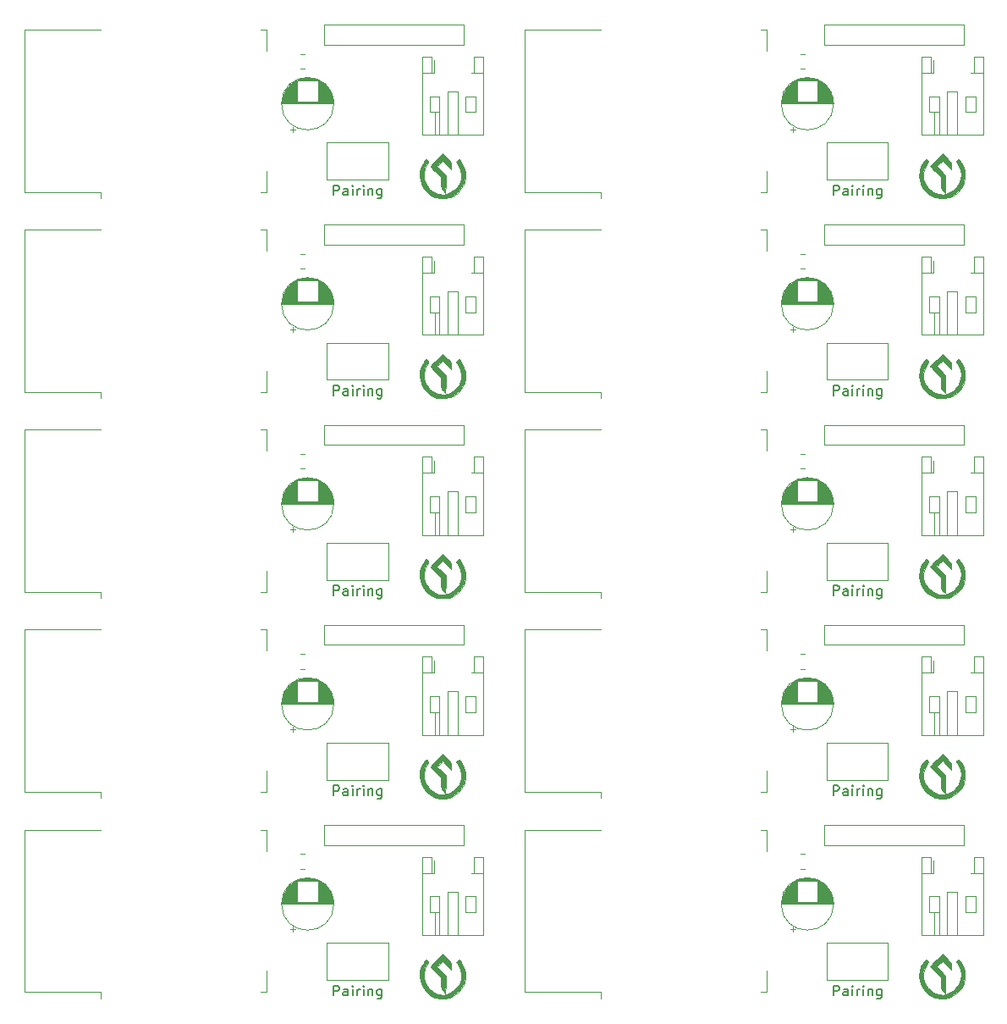
<source format=gbr>
%TF.GenerationSoftware,KiCad,Pcbnew,(5.1.9)-1*%
%TF.CreationDate,2021-05-04T22:29:10+02:00*%
%TF.ProjectId,DOORSENSOR_Simple_9V,444f4f52-5345-44e5-934f-525f53696d70,rev?*%
%TF.SameCoordinates,Original*%
%TF.FileFunction,Legend,Top*%
%TF.FilePolarity,Positive*%
%FSLAX46Y46*%
G04 Gerber Fmt 4.6, Leading zero omitted, Abs format (unit mm)*
G04 Created by KiCad (PCBNEW (5.1.9)-1) date 2021-05-04 22:29:10*
%MOMM*%
%LPD*%
G01*
G04 APERTURE LIST*
%ADD10C,0.120000*%
%ADD11C,0.010000*%
%ADD12C,0.150000*%
G04 APERTURE END LIST*
D10*
%TO.C,SW1*%
X71150000Y-117350000D02*
X71150000Y-119350000D01*
X57150000Y-117350000D02*
X71150000Y-117350000D01*
X57150000Y-119350000D02*
X57150000Y-117350000D01*
X71150000Y-119350000D02*
X57150000Y-119350000D01*
%TO.C,J1*%
X68140000Y-122140000D02*
X68140000Y-120925000D01*
X68200000Y-126100000D02*
X68200000Y-128360000D01*
X68700000Y-126100000D02*
X68700000Y-128360000D01*
X71300000Y-124500000D02*
X72300000Y-124500000D01*
X71300000Y-126100000D02*
X71300000Y-124500000D01*
X72300000Y-126100000D02*
X71300000Y-126100000D01*
X72300000Y-124500000D02*
X72300000Y-126100000D01*
X68700000Y-124500000D02*
X67700000Y-124500000D01*
X68700000Y-126100000D02*
X68700000Y-124500000D01*
X67700000Y-126100000D02*
X68700000Y-126100000D01*
X67700000Y-124500000D02*
X67700000Y-126100000D01*
X73060000Y-122140000D02*
X72140000Y-122140000D01*
X66940000Y-122140000D02*
X67860000Y-122140000D01*
X70500000Y-124000000D02*
X70500000Y-128360000D01*
X69500000Y-124000000D02*
X70500000Y-124000000D01*
X69500000Y-128360000D02*
X69500000Y-124000000D01*
X72140000Y-122140000D02*
X71860000Y-122140000D01*
X72140000Y-120540000D02*
X72140000Y-122140000D01*
X73060000Y-120540000D02*
X72140000Y-120540000D01*
X73060000Y-128360000D02*
X73060000Y-120540000D01*
X66940000Y-128360000D02*
X73060000Y-128360000D01*
X66940000Y-120540000D02*
X66940000Y-128360000D01*
X67860000Y-120540000D02*
X66940000Y-120540000D01*
X67860000Y-122140000D02*
X67860000Y-120540000D01*
X68140000Y-122140000D02*
X67860000Y-122140000D01*
%TO.C,R3*%
X104772936Y-121735000D02*
X105227064Y-121735000D01*
X104772936Y-120265000D02*
X105227064Y-120265000D01*
%TO.C,SW1*%
X121150000Y-119350000D02*
X107150000Y-119350000D01*
X107150000Y-119350000D02*
X107150000Y-117350000D01*
X107150000Y-117350000D02*
X121150000Y-117350000D01*
X121150000Y-117350000D02*
X121150000Y-119350000D01*
D11*
%TO.C,G1*%
G36*
X119436196Y-130674013D02*
G01*
X119660220Y-130903331D01*
X119791224Y-131070323D01*
X119853769Y-131219324D01*
X119872417Y-131394669D01*
X119873125Y-131462702D01*
X119873125Y-131819889D01*
X119437360Y-131389538D01*
X119001596Y-130959186D01*
X118721989Y-131230191D01*
X118442383Y-131501196D01*
X119322975Y-132391074D01*
X119300394Y-133284464D01*
X119277812Y-134177854D01*
X119059531Y-133949740D01*
X118942035Y-133809741D01*
X118876152Y-133664760D01*
X118847390Y-133462900D01*
X118841250Y-133168051D01*
X118841250Y-132614476D01*
X118325312Y-132103125D01*
X118097954Y-131869174D01*
X117921741Y-131671455D01*
X117822306Y-131539529D01*
X117809375Y-131508118D01*
X117862618Y-131420739D01*
X118006516Y-131250222D01*
X118217326Y-131023493D01*
X118404321Y-130833488D01*
X118999268Y-130242513D01*
X119436196Y-130674013D01*
G37*
X119436196Y-130674013D02*
X119660220Y-130903331D01*
X119791224Y-131070323D01*
X119853769Y-131219324D01*
X119872417Y-131394669D01*
X119873125Y-131462702D01*
X119873125Y-131819889D01*
X119437360Y-131389538D01*
X119001596Y-130959186D01*
X118721989Y-131230191D01*
X118442383Y-131501196D01*
X119322975Y-132391074D01*
X119300394Y-133284464D01*
X119277812Y-134177854D01*
X119059531Y-133949740D01*
X118942035Y-133809741D01*
X118876152Y-133664760D01*
X118847390Y-133462900D01*
X118841250Y-133168051D01*
X118841250Y-132614476D01*
X118325312Y-132103125D01*
X118097954Y-131869174D01*
X117921741Y-131671455D01*
X117822306Y-131539529D01*
X117809375Y-131508118D01*
X117862618Y-131420739D01*
X118006516Y-131250222D01*
X118217326Y-131023493D01*
X118404321Y-130833488D01*
X118999268Y-130242513D01*
X119436196Y-130674013D01*
G36*
X117493314Y-130874117D02*
G01*
X117496666Y-130877148D01*
X117601276Y-130994777D01*
X117587044Y-131099718D01*
X117530272Y-131183626D01*
X117246130Y-131684288D01*
X117113038Y-132199670D01*
X117129888Y-132711618D01*
X117295571Y-133201978D01*
X117608979Y-133652595D01*
X117685918Y-133733002D01*
X118135502Y-134086300D01*
X118610838Y-134285985D01*
X119097619Y-134332058D01*
X119581538Y-134224518D01*
X120048286Y-133963366D01*
X120314081Y-133733002D01*
X120655709Y-133292086D01*
X120849824Y-132807945D01*
X120895319Y-132298732D01*
X120791085Y-131782601D01*
X120536013Y-131277707D01*
X120469727Y-131183626D01*
X120392661Y-131050060D01*
X120429417Y-130949592D01*
X120503333Y-130877148D01*
X120595643Y-130805108D01*
X120669653Y-130806372D01*
X120758787Y-130901304D01*
X120896469Y-131110272D01*
X120903109Y-131120739D01*
X121154504Y-131605894D01*
X121275576Y-132087027D01*
X121281585Y-132621397D01*
X121159228Y-133198000D01*
X120896881Y-133716996D01*
X120509151Y-134156847D01*
X120010647Y-134496013D01*
X120009923Y-134496385D01*
X119657971Y-134619791D01*
X119226438Y-134689529D01*
X118781015Y-134701228D01*
X118387393Y-134650515D01*
X118261652Y-134612708D01*
X117722436Y-134334626D01*
X117282005Y-133949179D01*
X116955383Y-133477102D01*
X116757593Y-132939127D01*
X116702051Y-132460312D01*
X116739783Y-131969530D01*
X116874933Y-131530029D01*
X117097854Y-131119219D01*
X117237716Y-130906070D01*
X117327885Y-130807742D01*
X117401904Y-130803878D01*
X117493314Y-130874117D01*
G37*
X117493314Y-130874117D02*
X117496666Y-130877148D01*
X117601276Y-130994777D01*
X117587044Y-131099718D01*
X117530272Y-131183626D01*
X117246130Y-131684288D01*
X117113038Y-132199670D01*
X117129888Y-132711618D01*
X117295571Y-133201978D01*
X117608979Y-133652595D01*
X117685918Y-133733002D01*
X118135502Y-134086300D01*
X118610838Y-134285985D01*
X119097619Y-134332058D01*
X119581538Y-134224518D01*
X120048286Y-133963366D01*
X120314081Y-133733002D01*
X120655709Y-133292086D01*
X120849824Y-132807945D01*
X120895319Y-132298732D01*
X120791085Y-131782601D01*
X120536013Y-131277707D01*
X120469727Y-131183626D01*
X120392661Y-131050060D01*
X120429417Y-130949592D01*
X120503333Y-130877148D01*
X120595643Y-130805108D01*
X120669653Y-130806372D01*
X120758787Y-130901304D01*
X120896469Y-131110272D01*
X120903109Y-131120739D01*
X121154504Y-131605894D01*
X121275576Y-132087027D01*
X121281585Y-132621397D01*
X121159228Y-133198000D01*
X120896881Y-133716996D01*
X120509151Y-134156847D01*
X120010647Y-134496013D01*
X120009923Y-134496385D01*
X119657971Y-134619791D01*
X119226438Y-134689529D01*
X118781015Y-134701228D01*
X118387393Y-134650515D01*
X118261652Y-134612708D01*
X117722436Y-134334626D01*
X117282005Y-133949179D01*
X116955383Y-133477102D01*
X116757593Y-132939127D01*
X116702051Y-132460312D01*
X116739783Y-131969530D01*
X116874933Y-131530029D01*
X117097854Y-131119219D01*
X117237716Y-130906070D01*
X117327885Y-130807742D01*
X117401904Y-130803878D01*
X117493314Y-130874117D01*
D10*
%TO.C,U2*%
X77180000Y-134070000D02*
X77180000Y-117830000D01*
X77180000Y-117830000D02*
X84800000Y-117830000D01*
X100800000Y-117830000D02*
X101420000Y-117830000D01*
X101420000Y-117830000D02*
X101420000Y-119950000D01*
X101420000Y-131950000D02*
X101420000Y-134070000D01*
X101420000Y-134070000D02*
X100800000Y-134070000D01*
X84800000Y-134070000D02*
X77180000Y-134070000D01*
X84800000Y-134070000D02*
X84800000Y-134680000D01*
X34800000Y-134070000D02*
X34800000Y-134680000D01*
X34800000Y-134070000D02*
X27180000Y-134070000D01*
X51420000Y-134070000D02*
X50800000Y-134070000D01*
X51420000Y-131950000D02*
X51420000Y-134070000D01*
X51420000Y-117830000D02*
X51420000Y-119950000D01*
X50800000Y-117830000D02*
X51420000Y-117830000D01*
X27180000Y-117830000D02*
X34800000Y-117830000D01*
X27180000Y-134070000D02*
X27180000Y-117830000D01*
%TO.C,C1*%
X103775000Y-127804775D02*
X104275000Y-127804775D01*
X104025000Y-128054775D02*
X104025000Y-127554775D01*
X105216000Y-122649000D02*
X105784000Y-122649000D01*
X104982000Y-122689000D02*
X106018000Y-122689000D01*
X104823000Y-122729000D02*
X106177000Y-122729000D01*
X104695000Y-122769000D02*
X106305000Y-122769000D01*
X104585000Y-122809000D02*
X106415000Y-122809000D01*
X104489000Y-122849000D02*
X106511000Y-122849000D01*
X104402000Y-122889000D02*
X106598000Y-122889000D01*
X104322000Y-122929000D02*
X106678000Y-122929000D01*
X106540000Y-122969000D02*
X106751000Y-122969000D01*
X104249000Y-122969000D02*
X104460000Y-122969000D01*
X106540000Y-123009000D02*
X106819000Y-123009000D01*
X104181000Y-123009000D02*
X104460000Y-123009000D01*
X106540000Y-123049000D02*
X106883000Y-123049000D01*
X104117000Y-123049000D02*
X104460000Y-123049000D01*
X106540000Y-123089000D02*
X106943000Y-123089000D01*
X104057000Y-123089000D02*
X104460000Y-123089000D01*
X106540000Y-123129000D02*
X107000000Y-123129000D01*
X104000000Y-123129000D02*
X104460000Y-123129000D01*
X106540000Y-123169000D02*
X107054000Y-123169000D01*
X103946000Y-123169000D02*
X104460000Y-123169000D01*
X106540000Y-123209000D02*
X107105000Y-123209000D01*
X103895000Y-123209000D02*
X104460000Y-123209000D01*
X106540000Y-123249000D02*
X107153000Y-123249000D01*
X103847000Y-123249000D02*
X104460000Y-123249000D01*
X106540000Y-123289000D02*
X107199000Y-123289000D01*
X103801000Y-123289000D02*
X104460000Y-123289000D01*
X106540000Y-123329000D02*
X107243000Y-123329000D01*
X103757000Y-123329000D02*
X104460000Y-123329000D01*
X106540000Y-123369000D02*
X107285000Y-123369000D01*
X103715000Y-123369000D02*
X104460000Y-123369000D01*
X106540000Y-123409000D02*
X107326000Y-123409000D01*
X103674000Y-123409000D02*
X104460000Y-123409000D01*
X106540000Y-123449000D02*
X107364000Y-123449000D01*
X103636000Y-123449000D02*
X104460000Y-123449000D01*
X106540000Y-123489000D02*
X107401000Y-123489000D01*
X103599000Y-123489000D02*
X104460000Y-123489000D01*
X106540000Y-123529000D02*
X107437000Y-123529000D01*
X103563000Y-123529000D02*
X104460000Y-123529000D01*
X106540000Y-123569000D02*
X107471000Y-123569000D01*
X103529000Y-123569000D02*
X104460000Y-123569000D01*
X106540000Y-123609000D02*
X107504000Y-123609000D01*
X103496000Y-123609000D02*
X104460000Y-123609000D01*
X106540000Y-123649000D02*
X107535000Y-123649000D01*
X103465000Y-123649000D02*
X104460000Y-123649000D01*
X106540000Y-123689000D02*
X107565000Y-123689000D01*
X103435000Y-123689000D02*
X104460000Y-123689000D01*
X106540000Y-123729000D02*
X107595000Y-123729000D01*
X103405000Y-123729000D02*
X104460000Y-123729000D01*
X106540000Y-123769000D02*
X107622000Y-123769000D01*
X103378000Y-123769000D02*
X104460000Y-123769000D01*
X106540000Y-123809000D02*
X107649000Y-123809000D01*
X103351000Y-123809000D02*
X104460000Y-123809000D01*
X106540000Y-123849000D02*
X107675000Y-123849000D01*
X103325000Y-123849000D02*
X104460000Y-123849000D01*
X106540000Y-123889000D02*
X107700000Y-123889000D01*
X103300000Y-123889000D02*
X104460000Y-123889000D01*
X106540000Y-123929000D02*
X107724000Y-123929000D01*
X103276000Y-123929000D02*
X104460000Y-123929000D01*
X106540000Y-123969000D02*
X107747000Y-123969000D01*
X103253000Y-123969000D02*
X104460000Y-123969000D01*
X106540000Y-124009000D02*
X107768000Y-124009000D01*
X103232000Y-124009000D02*
X104460000Y-124009000D01*
X106540000Y-124049000D02*
X107790000Y-124049000D01*
X103210000Y-124049000D02*
X104460000Y-124049000D01*
X106540000Y-124089000D02*
X107810000Y-124089000D01*
X103190000Y-124089000D02*
X104460000Y-124089000D01*
X106540000Y-124129000D02*
X107829000Y-124129000D01*
X103171000Y-124129000D02*
X104460000Y-124129000D01*
X106540000Y-124169000D02*
X107848000Y-124169000D01*
X103152000Y-124169000D02*
X104460000Y-124169000D01*
X106540000Y-124209000D02*
X107865000Y-124209000D01*
X103135000Y-124209000D02*
X104460000Y-124209000D01*
X106540000Y-124249000D02*
X107882000Y-124249000D01*
X103118000Y-124249000D02*
X104460000Y-124249000D01*
X106540000Y-124289000D02*
X107898000Y-124289000D01*
X103102000Y-124289000D02*
X104460000Y-124289000D01*
X106540000Y-124329000D02*
X107914000Y-124329000D01*
X103086000Y-124329000D02*
X104460000Y-124329000D01*
X106540000Y-124369000D02*
X107928000Y-124369000D01*
X103072000Y-124369000D02*
X104460000Y-124369000D01*
X106540000Y-124409000D02*
X107942000Y-124409000D01*
X103058000Y-124409000D02*
X104460000Y-124409000D01*
X106540000Y-124449000D02*
X107955000Y-124449000D01*
X103045000Y-124449000D02*
X104460000Y-124449000D01*
X106540000Y-124489000D02*
X107968000Y-124489000D01*
X103032000Y-124489000D02*
X104460000Y-124489000D01*
X106540000Y-124529000D02*
X107980000Y-124529000D01*
X103020000Y-124529000D02*
X104460000Y-124529000D01*
X106540000Y-124570000D02*
X107991000Y-124570000D01*
X103009000Y-124570000D02*
X104460000Y-124570000D01*
X106540000Y-124610000D02*
X108001000Y-124610000D01*
X102999000Y-124610000D02*
X104460000Y-124610000D01*
X106540000Y-124650000D02*
X108011000Y-124650000D01*
X102989000Y-124650000D02*
X104460000Y-124650000D01*
X106540000Y-124690000D02*
X108020000Y-124690000D01*
X102980000Y-124690000D02*
X104460000Y-124690000D01*
X106540000Y-124730000D02*
X108028000Y-124730000D01*
X102972000Y-124730000D02*
X104460000Y-124730000D01*
X106540000Y-124770000D02*
X108036000Y-124770000D01*
X102964000Y-124770000D02*
X104460000Y-124770000D01*
X106540000Y-124810000D02*
X108043000Y-124810000D01*
X102957000Y-124810000D02*
X104460000Y-124810000D01*
X106540000Y-124850000D02*
X108050000Y-124850000D01*
X102950000Y-124850000D02*
X104460000Y-124850000D01*
X106540000Y-124890000D02*
X108056000Y-124890000D01*
X102944000Y-124890000D02*
X104460000Y-124890000D01*
X106540000Y-124930000D02*
X108061000Y-124930000D01*
X102939000Y-124930000D02*
X104460000Y-124930000D01*
X106540000Y-124970000D02*
X108065000Y-124970000D01*
X102935000Y-124970000D02*
X104460000Y-124970000D01*
X106540000Y-125010000D02*
X108069000Y-125010000D01*
X102931000Y-125010000D02*
X104460000Y-125010000D01*
X102927000Y-125050000D02*
X108073000Y-125050000D01*
X102924000Y-125090000D02*
X108076000Y-125090000D01*
X102922000Y-125130000D02*
X108078000Y-125130000D01*
X102921000Y-125170000D02*
X108079000Y-125170000D01*
X102920000Y-125210000D02*
X108080000Y-125210000D01*
X102920000Y-125250000D02*
X108080000Y-125250000D01*
X108120000Y-125250000D02*
G75*
G03*
X108120000Y-125250000I-2620000J0D01*
G01*
X58120000Y-125250000D02*
G75*
G03*
X58120000Y-125250000I-2620000J0D01*
G01*
X52920000Y-125250000D02*
X58080000Y-125250000D01*
X52920000Y-125210000D02*
X58080000Y-125210000D01*
X52921000Y-125170000D02*
X58079000Y-125170000D01*
X52922000Y-125130000D02*
X58078000Y-125130000D01*
X52924000Y-125090000D02*
X58076000Y-125090000D01*
X52927000Y-125050000D02*
X58073000Y-125050000D01*
X52931000Y-125010000D02*
X54460000Y-125010000D01*
X56540000Y-125010000D02*
X58069000Y-125010000D01*
X52935000Y-124970000D02*
X54460000Y-124970000D01*
X56540000Y-124970000D02*
X58065000Y-124970000D01*
X52939000Y-124930000D02*
X54460000Y-124930000D01*
X56540000Y-124930000D02*
X58061000Y-124930000D01*
X52944000Y-124890000D02*
X54460000Y-124890000D01*
X56540000Y-124890000D02*
X58056000Y-124890000D01*
X52950000Y-124850000D02*
X54460000Y-124850000D01*
X56540000Y-124850000D02*
X58050000Y-124850000D01*
X52957000Y-124810000D02*
X54460000Y-124810000D01*
X56540000Y-124810000D02*
X58043000Y-124810000D01*
X52964000Y-124770000D02*
X54460000Y-124770000D01*
X56540000Y-124770000D02*
X58036000Y-124770000D01*
X52972000Y-124730000D02*
X54460000Y-124730000D01*
X56540000Y-124730000D02*
X58028000Y-124730000D01*
X52980000Y-124690000D02*
X54460000Y-124690000D01*
X56540000Y-124690000D02*
X58020000Y-124690000D01*
X52989000Y-124650000D02*
X54460000Y-124650000D01*
X56540000Y-124650000D02*
X58011000Y-124650000D01*
X52999000Y-124610000D02*
X54460000Y-124610000D01*
X56540000Y-124610000D02*
X58001000Y-124610000D01*
X53009000Y-124570000D02*
X54460000Y-124570000D01*
X56540000Y-124570000D02*
X57991000Y-124570000D01*
X53020000Y-124529000D02*
X54460000Y-124529000D01*
X56540000Y-124529000D02*
X57980000Y-124529000D01*
X53032000Y-124489000D02*
X54460000Y-124489000D01*
X56540000Y-124489000D02*
X57968000Y-124489000D01*
X53045000Y-124449000D02*
X54460000Y-124449000D01*
X56540000Y-124449000D02*
X57955000Y-124449000D01*
X53058000Y-124409000D02*
X54460000Y-124409000D01*
X56540000Y-124409000D02*
X57942000Y-124409000D01*
X53072000Y-124369000D02*
X54460000Y-124369000D01*
X56540000Y-124369000D02*
X57928000Y-124369000D01*
X53086000Y-124329000D02*
X54460000Y-124329000D01*
X56540000Y-124329000D02*
X57914000Y-124329000D01*
X53102000Y-124289000D02*
X54460000Y-124289000D01*
X56540000Y-124289000D02*
X57898000Y-124289000D01*
X53118000Y-124249000D02*
X54460000Y-124249000D01*
X56540000Y-124249000D02*
X57882000Y-124249000D01*
X53135000Y-124209000D02*
X54460000Y-124209000D01*
X56540000Y-124209000D02*
X57865000Y-124209000D01*
X53152000Y-124169000D02*
X54460000Y-124169000D01*
X56540000Y-124169000D02*
X57848000Y-124169000D01*
X53171000Y-124129000D02*
X54460000Y-124129000D01*
X56540000Y-124129000D02*
X57829000Y-124129000D01*
X53190000Y-124089000D02*
X54460000Y-124089000D01*
X56540000Y-124089000D02*
X57810000Y-124089000D01*
X53210000Y-124049000D02*
X54460000Y-124049000D01*
X56540000Y-124049000D02*
X57790000Y-124049000D01*
X53232000Y-124009000D02*
X54460000Y-124009000D01*
X56540000Y-124009000D02*
X57768000Y-124009000D01*
X53253000Y-123969000D02*
X54460000Y-123969000D01*
X56540000Y-123969000D02*
X57747000Y-123969000D01*
X53276000Y-123929000D02*
X54460000Y-123929000D01*
X56540000Y-123929000D02*
X57724000Y-123929000D01*
X53300000Y-123889000D02*
X54460000Y-123889000D01*
X56540000Y-123889000D02*
X57700000Y-123889000D01*
X53325000Y-123849000D02*
X54460000Y-123849000D01*
X56540000Y-123849000D02*
X57675000Y-123849000D01*
X53351000Y-123809000D02*
X54460000Y-123809000D01*
X56540000Y-123809000D02*
X57649000Y-123809000D01*
X53378000Y-123769000D02*
X54460000Y-123769000D01*
X56540000Y-123769000D02*
X57622000Y-123769000D01*
X53405000Y-123729000D02*
X54460000Y-123729000D01*
X56540000Y-123729000D02*
X57595000Y-123729000D01*
X53435000Y-123689000D02*
X54460000Y-123689000D01*
X56540000Y-123689000D02*
X57565000Y-123689000D01*
X53465000Y-123649000D02*
X54460000Y-123649000D01*
X56540000Y-123649000D02*
X57535000Y-123649000D01*
X53496000Y-123609000D02*
X54460000Y-123609000D01*
X56540000Y-123609000D02*
X57504000Y-123609000D01*
X53529000Y-123569000D02*
X54460000Y-123569000D01*
X56540000Y-123569000D02*
X57471000Y-123569000D01*
X53563000Y-123529000D02*
X54460000Y-123529000D01*
X56540000Y-123529000D02*
X57437000Y-123529000D01*
X53599000Y-123489000D02*
X54460000Y-123489000D01*
X56540000Y-123489000D02*
X57401000Y-123489000D01*
X53636000Y-123449000D02*
X54460000Y-123449000D01*
X56540000Y-123449000D02*
X57364000Y-123449000D01*
X53674000Y-123409000D02*
X54460000Y-123409000D01*
X56540000Y-123409000D02*
X57326000Y-123409000D01*
X53715000Y-123369000D02*
X54460000Y-123369000D01*
X56540000Y-123369000D02*
X57285000Y-123369000D01*
X53757000Y-123329000D02*
X54460000Y-123329000D01*
X56540000Y-123329000D02*
X57243000Y-123329000D01*
X53801000Y-123289000D02*
X54460000Y-123289000D01*
X56540000Y-123289000D02*
X57199000Y-123289000D01*
X53847000Y-123249000D02*
X54460000Y-123249000D01*
X56540000Y-123249000D02*
X57153000Y-123249000D01*
X53895000Y-123209000D02*
X54460000Y-123209000D01*
X56540000Y-123209000D02*
X57105000Y-123209000D01*
X53946000Y-123169000D02*
X54460000Y-123169000D01*
X56540000Y-123169000D02*
X57054000Y-123169000D01*
X54000000Y-123129000D02*
X54460000Y-123129000D01*
X56540000Y-123129000D02*
X57000000Y-123129000D01*
X54057000Y-123089000D02*
X54460000Y-123089000D01*
X56540000Y-123089000D02*
X56943000Y-123089000D01*
X54117000Y-123049000D02*
X54460000Y-123049000D01*
X56540000Y-123049000D02*
X56883000Y-123049000D01*
X54181000Y-123009000D02*
X54460000Y-123009000D01*
X56540000Y-123009000D02*
X56819000Y-123009000D01*
X54249000Y-122969000D02*
X54460000Y-122969000D01*
X56540000Y-122969000D02*
X56751000Y-122969000D01*
X54322000Y-122929000D02*
X56678000Y-122929000D01*
X54402000Y-122889000D02*
X56598000Y-122889000D01*
X54489000Y-122849000D02*
X56511000Y-122849000D01*
X54585000Y-122809000D02*
X56415000Y-122809000D01*
X54695000Y-122769000D02*
X56305000Y-122769000D01*
X54823000Y-122729000D02*
X56177000Y-122729000D01*
X54982000Y-122689000D02*
X56018000Y-122689000D01*
X55216000Y-122649000D02*
X55784000Y-122649000D01*
X54025000Y-128054775D02*
X54025000Y-127554775D01*
X53775000Y-127804775D02*
X54275000Y-127804775D01*
%TO.C,SW3*%
X63560000Y-129150000D02*
X63560000Y-132850000D01*
X57440000Y-129150000D02*
X63560000Y-129150000D01*
X57440000Y-132850000D02*
X57440000Y-129150000D01*
X63560000Y-132850000D02*
X57440000Y-132850000D01*
%TO.C,R3*%
X54772936Y-120265000D02*
X55227064Y-120265000D01*
X54772936Y-121735000D02*
X55227064Y-121735000D01*
D11*
%TO.C,G1*%
G36*
X67493314Y-130874117D02*
G01*
X67496666Y-130877148D01*
X67601276Y-130994777D01*
X67587044Y-131099718D01*
X67530272Y-131183626D01*
X67246130Y-131684288D01*
X67113038Y-132199670D01*
X67129888Y-132711618D01*
X67295571Y-133201978D01*
X67608979Y-133652595D01*
X67685918Y-133733002D01*
X68135502Y-134086300D01*
X68610838Y-134285985D01*
X69097619Y-134332058D01*
X69581538Y-134224518D01*
X70048286Y-133963366D01*
X70314081Y-133733002D01*
X70655709Y-133292086D01*
X70849824Y-132807945D01*
X70895319Y-132298732D01*
X70791085Y-131782601D01*
X70536013Y-131277707D01*
X70469727Y-131183626D01*
X70392661Y-131050060D01*
X70429417Y-130949592D01*
X70503333Y-130877148D01*
X70595643Y-130805108D01*
X70669653Y-130806372D01*
X70758787Y-130901304D01*
X70896469Y-131110272D01*
X70903109Y-131120739D01*
X71154504Y-131605894D01*
X71275576Y-132087027D01*
X71281585Y-132621397D01*
X71159228Y-133198000D01*
X70896881Y-133716996D01*
X70509151Y-134156847D01*
X70010647Y-134496013D01*
X70009923Y-134496385D01*
X69657971Y-134619791D01*
X69226438Y-134689529D01*
X68781015Y-134701228D01*
X68387393Y-134650515D01*
X68261652Y-134612708D01*
X67722436Y-134334626D01*
X67282005Y-133949179D01*
X66955383Y-133477102D01*
X66757593Y-132939127D01*
X66702051Y-132460312D01*
X66739783Y-131969530D01*
X66874933Y-131530029D01*
X67097854Y-131119219D01*
X67237716Y-130906070D01*
X67327885Y-130807742D01*
X67401904Y-130803878D01*
X67493314Y-130874117D01*
G37*
X67493314Y-130874117D02*
X67496666Y-130877148D01*
X67601276Y-130994777D01*
X67587044Y-131099718D01*
X67530272Y-131183626D01*
X67246130Y-131684288D01*
X67113038Y-132199670D01*
X67129888Y-132711618D01*
X67295571Y-133201978D01*
X67608979Y-133652595D01*
X67685918Y-133733002D01*
X68135502Y-134086300D01*
X68610838Y-134285985D01*
X69097619Y-134332058D01*
X69581538Y-134224518D01*
X70048286Y-133963366D01*
X70314081Y-133733002D01*
X70655709Y-133292086D01*
X70849824Y-132807945D01*
X70895319Y-132298732D01*
X70791085Y-131782601D01*
X70536013Y-131277707D01*
X70469727Y-131183626D01*
X70392661Y-131050060D01*
X70429417Y-130949592D01*
X70503333Y-130877148D01*
X70595643Y-130805108D01*
X70669653Y-130806372D01*
X70758787Y-130901304D01*
X70896469Y-131110272D01*
X70903109Y-131120739D01*
X71154504Y-131605894D01*
X71275576Y-132087027D01*
X71281585Y-132621397D01*
X71159228Y-133198000D01*
X70896881Y-133716996D01*
X70509151Y-134156847D01*
X70010647Y-134496013D01*
X70009923Y-134496385D01*
X69657971Y-134619791D01*
X69226438Y-134689529D01*
X68781015Y-134701228D01*
X68387393Y-134650515D01*
X68261652Y-134612708D01*
X67722436Y-134334626D01*
X67282005Y-133949179D01*
X66955383Y-133477102D01*
X66757593Y-132939127D01*
X66702051Y-132460312D01*
X66739783Y-131969530D01*
X66874933Y-131530029D01*
X67097854Y-131119219D01*
X67237716Y-130906070D01*
X67327885Y-130807742D01*
X67401904Y-130803878D01*
X67493314Y-130874117D01*
G36*
X69436196Y-130674013D02*
G01*
X69660220Y-130903331D01*
X69791224Y-131070323D01*
X69853769Y-131219324D01*
X69872417Y-131394669D01*
X69873125Y-131462702D01*
X69873125Y-131819889D01*
X69437360Y-131389538D01*
X69001596Y-130959186D01*
X68721989Y-131230191D01*
X68442383Y-131501196D01*
X69322975Y-132391074D01*
X69300394Y-133284464D01*
X69277812Y-134177854D01*
X69059531Y-133949740D01*
X68942035Y-133809741D01*
X68876152Y-133664760D01*
X68847390Y-133462900D01*
X68841250Y-133168051D01*
X68841250Y-132614476D01*
X68325312Y-132103125D01*
X68097954Y-131869174D01*
X67921741Y-131671455D01*
X67822306Y-131539529D01*
X67809375Y-131508118D01*
X67862618Y-131420739D01*
X68006516Y-131250222D01*
X68217326Y-131023493D01*
X68404321Y-130833488D01*
X68999268Y-130242513D01*
X69436196Y-130674013D01*
G37*
X69436196Y-130674013D02*
X69660220Y-130903331D01*
X69791224Y-131070323D01*
X69853769Y-131219324D01*
X69872417Y-131394669D01*
X69873125Y-131462702D01*
X69873125Y-131819889D01*
X69437360Y-131389538D01*
X69001596Y-130959186D01*
X68721989Y-131230191D01*
X68442383Y-131501196D01*
X69322975Y-132391074D01*
X69300394Y-133284464D01*
X69277812Y-134177854D01*
X69059531Y-133949740D01*
X68942035Y-133809741D01*
X68876152Y-133664760D01*
X68847390Y-133462900D01*
X68841250Y-133168051D01*
X68841250Y-132614476D01*
X68325312Y-132103125D01*
X68097954Y-131869174D01*
X67921741Y-131671455D01*
X67822306Y-131539529D01*
X67809375Y-131508118D01*
X67862618Y-131420739D01*
X68006516Y-131250222D01*
X68217326Y-131023493D01*
X68404321Y-130833488D01*
X68999268Y-130242513D01*
X69436196Y-130674013D01*
D10*
%TO.C,SW3*%
X113560000Y-132850000D02*
X107440000Y-132850000D01*
X107440000Y-132850000D02*
X107440000Y-129150000D01*
X107440000Y-129150000D02*
X113560000Y-129150000D01*
X113560000Y-129150000D02*
X113560000Y-132850000D01*
%TO.C,J1*%
X118140000Y-122140000D02*
X117860000Y-122140000D01*
X117860000Y-122140000D02*
X117860000Y-120540000D01*
X117860000Y-120540000D02*
X116940000Y-120540000D01*
X116940000Y-120540000D02*
X116940000Y-128360000D01*
X116940000Y-128360000D02*
X123060000Y-128360000D01*
X123060000Y-128360000D02*
X123060000Y-120540000D01*
X123060000Y-120540000D02*
X122140000Y-120540000D01*
X122140000Y-120540000D02*
X122140000Y-122140000D01*
X122140000Y-122140000D02*
X121860000Y-122140000D01*
X119500000Y-128360000D02*
X119500000Y-124000000D01*
X119500000Y-124000000D02*
X120500000Y-124000000D01*
X120500000Y-124000000D02*
X120500000Y-128360000D01*
X116940000Y-122140000D02*
X117860000Y-122140000D01*
X123060000Y-122140000D02*
X122140000Y-122140000D01*
X117700000Y-124500000D02*
X117700000Y-126100000D01*
X117700000Y-126100000D02*
X118700000Y-126100000D01*
X118700000Y-126100000D02*
X118700000Y-124500000D01*
X118700000Y-124500000D02*
X117700000Y-124500000D01*
X122300000Y-124500000D02*
X122300000Y-126100000D01*
X122300000Y-126100000D02*
X121300000Y-126100000D01*
X121300000Y-126100000D02*
X121300000Y-124500000D01*
X121300000Y-124500000D02*
X122300000Y-124500000D01*
X118700000Y-126100000D02*
X118700000Y-128360000D01*
X118200000Y-126100000D02*
X118200000Y-128360000D01*
X118140000Y-122140000D02*
X118140000Y-120925000D01*
%TO.C,R3*%
X54772936Y-101735000D02*
X55227064Y-101735000D01*
X54772936Y-100265000D02*
X55227064Y-100265000D01*
%TO.C,J1*%
X118140000Y-102140000D02*
X118140000Y-100925000D01*
X118200000Y-106100000D02*
X118200000Y-108360000D01*
X118700000Y-106100000D02*
X118700000Y-108360000D01*
X121300000Y-104500000D02*
X122300000Y-104500000D01*
X121300000Y-106100000D02*
X121300000Y-104500000D01*
X122300000Y-106100000D02*
X121300000Y-106100000D01*
X122300000Y-104500000D02*
X122300000Y-106100000D01*
X118700000Y-104500000D02*
X117700000Y-104500000D01*
X118700000Y-106100000D02*
X118700000Y-104500000D01*
X117700000Y-106100000D02*
X118700000Y-106100000D01*
X117700000Y-104500000D02*
X117700000Y-106100000D01*
X123060000Y-102140000D02*
X122140000Y-102140000D01*
X116940000Y-102140000D02*
X117860000Y-102140000D01*
X120500000Y-104000000D02*
X120500000Y-108360000D01*
X119500000Y-104000000D02*
X120500000Y-104000000D01*
X119500000Y-108360000D02*
X119500000Y-104000000D01*
X122140000Y-102140000D02*
X121860000Y-102140000D01*
X122140000Y-100540000D02*
X122140000Y-102140000D01*
X123060000Y-100540000D02*
X122140000Y-100540000D01*
X123060000Y-108360000D02*
X123060000Y-100540000D01*
X116940000Y-108360000D02*
X123060000Y-108360000D01*
X116940000Y-100540000D02*
X116940000Y-108360000D01*
X117860000Y-100540000D02*
X116940000Y-100540000D01*
X117860000Y-102140000D02*
X117860000Y-100540000D01*
X118140000Y-102140000D02*
X117860000Y-102140000D01*
%TO.C,SW3*%
X113560000Y-109150000D02*
X113560000Y-112850000D01*
X107440000Y-109150000D02*
X113560000Y-109150000D01*
X107440000Y-112850000D02*
X107440000Y-109150000D01*
X113560000Y-112850000D02*
X107440000Y-112850000D01*
D11*
%TO.C,G1*%
G36*
X69436196Y-110674013D02*
G01*
X69660220Y-110903331D01*
X69791224Y-111070323D01*
X69853769Y-111219324D01*
X69872417Y-111394669D01*
X69873125Y-111462702D01*
X69873125Y-111819889D01*
X69437360Y-111389538D01*
X69001596Y-110959186D01*
X68721989Y-111230191D01*
X68442383Y-111501196D01*
X69322975Y-112391074D01*
X69300394Y-113284464D01*
X69277812Y-114177854D01*
X69059531Y-113949740D01*
X68942035Y-113809741D01*
X68876152Y-113664760D01*
X68847390Y-113462900D01*
X68841250Y-113168051D01*
X68841250Y-112614476D01*
X68325312Y-112103125D01*
X68097954Y-111869174D01*
X67921741Y-111671455D01*
X67822306Y-111539529D01*
X67809375Y-111508118D01*
X67862618Y-111420739D01*
X68006516Y-111250222D01*
X68217326Y-111023493D01*
X68404321Y-110833488D01*
X68999268Y-110242513D01*
X69436196Y-110674013D01*
G37*
X69436196Y-110674013D02*
X69660220Y-110903331D01*
X69791224Y-111070323D01*
X69853769Y-111219324D01*
X69872417Y-111394669D01*
X69873125Y-111462702D01*
X69873125Y-111819889D01*
X69437360Y-111389538D01*
X69001596Y-110959186D01*
X68721989Y-111230191D01*
X68442383Y-111501196D01*
X69322975Y-112391074D01*
X69300394Y-113284464D01*
X69277812Y-114177854D01*
X69059531Y-113949740D01*
X68942035Y-113809741D01*
X68876152Y-113664760D01*
X68847390Y-113462900D01*
X68841250Y-113168051D01*
X68841250Y-112614476D01*
X68325312Y-112103125D01*
X68097954Y-111869174D01*
X67921741Y-111671455D01*
X67822306Y-111539529D01*
X67809375Y-111508118D01*
X67862618Y-111420739D01*
X68006516Y-111250222D01*
X68217326Y-111023493D01*
X68404321Y-110833488D01*
X68999268Y-110242513D01*
X69436196Y-110674013D01*
G36*
X67493314Y-110874117D02*
G01*
X67496666Y-110877148D01*
X67601276Y-110994777D01*
X67587044Y-111099718D01*
X67530272Y-111183626D01*
X67246130Y-111684288D01*
X67113038Y-112199670D01*
X67129888Y-112711618D01*
X67295571Y-113201978D01*
X67608979Y-113652595D01*
X67685918Y-113733002D01*
X68135502Y-114086300D01*
X68610838Y-114285985D01*
X69097619Y-114332058D01*
X69581538Y-114224518D01*
X70048286Y-113963366D01*
X70314081Y-113733002D01*
X70655709Y-113292086D01*
X70849824Y-112807945D01*
X70895319Y-112298732D01*
X70791085Y-111782601D01*
X70536013Y-111277707D01*
X70469727Y-111183626D01*
X70392661Y-111050060D01*
X70429417Y-110949592D01*
X70503333Y-110877148D01*
X70595643Y-110805108D01*
X70669653Y-110806372D01*
X70758787Y-110901304D01*
X70896469Y-111110272D01*
X70903109Y-111120739D01*
X71154504Y-111605894D01*
X71275576Y-112087027D01*
X71281585Y-112621397D01*
X71159228Y-113198000D01*
X70896881Y-113716996D01*
X70509151Y-114156847D01*
X70010647Y-114496013D01*
X70009923Y-114496385D01*
X69657971Y-114619791D01*
X69226438Y-114689529D01*
X68781015Y-114701228D01*
X68387393Y-114650515D01*
X68261652Y-114612708D01*
X67722436Y-114334626D01*
X67282005Y-113949179D01*
X66955383Y-113477102D01*
X66757593Y-112939127D01*
X66702051Y-112460312D01*
X66739783Y-111969530D01*
X66874933Y-111530029D01*
X67097854Y-111119219D01*
X67237716Y-110906070D01*
X67327885Y-110807742D01*
X67401904Y-110803878D01*
X67493314Y-110874117D01*
G37*
X67493314Y-110874117D02*
X67496666Y-110877148D01*
X67601276Y-110994777D01*
X67587044Y-111099718D01*
X67530272Y-111183626D01*
X67246130Y-111684288D01*
X67113038Y-112199670D01*
X67129888Y-112711618D01*
X67295571Y-113201978D01*
X67608979Y-113652595D01*
X67685918Y-113733002D01*
X68135502Y-114086300D01*
X68610838Y-114285985D01*
X69097619Y-114332058D01*
X69581538Y-114224518D01*
X70048286Y-113963366D01*
X70314081Y-113733002D01*
X70655709Y-113292086D01*
X70849824Y-112807945D01*
X70895319Y-112298732D01*
X70791085Y-111782601D01*
X70536013Y-111277707D01*
X70469727Y-111183626D01*
X70392661Y-111050060D01*
X70429417Y-110949592D01*
X70503333Y-110877148D01*
X70595643Y-110805108D01*
X70669653Y-110806372D01*
X70758787Y-110901304D01*
X70896469Y-111110272D01*
X70903109Y-111120739D01*
X71154504Y-111605894D01*
X71275576Y-112087027D01*
X71281585Y-112621397D01*
X71159228Y-113198000D01*
X70896881Y-113716996D01*
X70509151Y-114156847D01*
X70010647Y-114496013D01*
X70009923Y-114496385D01*
X69657971Y-114619791D01*
X69226438Y-114689529D01*
X68781015Y-114701228D01*
X68387393Y-114650515D01*
X68261652Y-114612708D01*
X67722436Y-114334626D01*
X67282005Y-113949179D01*
X66955383Y-113477102D01*
X66757593Y-112939127D01*
X66702051Y-112460312D01*
X66739783Y-111969530D01*
X66874933Y-111530029D01*
X67097854Y-111119219D01*
X67237716Y-110906070D01*
X67327885Y-110807742D01*
X67401904Y-110803878D01*
X67493314Y-110874117D01*
D10*
%TO.C,SW1*%
X71150000Y-99350000D02*
X57150000Y-99350000D01*
X57150000Y-99350000D02*
X57150000Y-97350000D01*
X57150000Y-97350000D02*
X71150000Y-97350000D01*
X71150000Y-97350000D02*
X71150000Y-99350000D01*
%TO.C,J1*%
X68140000Y-102140000D02*
X67860000Y-102140000D01*
X67860000Y-102140000D02*
X67860000Y-100540000D01*
X67860000Y-100540000D02*
X66940000Y-100540000D01*
X66940000Y-100540000D02*
X66940000Y-108360000D01*
X66940000Y-108360000D02*
X73060000Y-108360000D01*
X73060000Y-108360000D02*
X73060000Y-100540000D01*
X73060000Y-100540000D02*
X72140000Y-100540000D01*
X72140000Y-100540000D02*
X72140000Y-102140000D01*
X72140000Y-102140000D02*
X71860000Y-102140000D01*
X69500000Y-108360000D02*
X69500000Y-104000000D01*
X69500000Y-104000000D02*
X70500000Y-104000000D01*
X70500000Y-104000000D02*
X70500000Y-108360000D01*
X66940000Y-102140000D02*
X67860000Y-102140000D01*
X73060000Y-102140000D02*
X72140000Y-102140000D01*
X67700000Y-104500000D02*
X67700000Y-106100000D01*
X67700000Y-106100000D02*
X68700000Y-106100000D01*
X68700000Y-106100000D02*
X68700000Y-104500000D01*
X68700000Y-104500000D02*
X67700000Y-104500000D01*
X72300000Y-104500000D02*
X72300000Y-106100000D01*
X72300000Y-106100000D02*
X71300000Y-106100000D01*
X71300000Y-106100000D02*
X71300000Y-104500000D01*
X71300000Y-104500000D02*
X72300000Y-104500000D01*
X68700000Y-106100000D02*
X68700000Y-108360000D01*
X68200000Y-106100000D02*
X68200000Y-108360000D01*
X68140000Y-102140000D02*
X68140000Y-100925000D01*
%TO.C,R3*%
X104772936Y-100265000D02*
X105227064Y-100265000D01*
X104772936Y-101735000D02*
X105227064Y-101735000D01*
D11*
%TO.C,G1*%
G36*
X117493314Y-110874117D02*
G01*
X117496666Y-110877148D01*
X117601276Y-110994777D01*
X117587044Y-111099718D01*
X117530272Y-111183626D01*
X117246130Y-111684288D01*
X117113038Y-112199670D01*
X117129888Y-112711618D01*
X117295571Y-113201978D01*
X117608979Y-113652595D01*
X117685918Y-113733002D01*
X118135502Y-114086300D01*
X118610838Y-114285985D01*
X119097619Y-114332058D01*
X119581538Y-114224518D01*
X120048286Y-113963366D01*
X120314081Y-113733002D01*
X120655709Y-113292086D01*
X120849824Y-112807945D01*
X120895319Y-112298732D01*
X120791085Y-111782601D01*
X120536013Y-111277707D01*
X120469727Y-111183626D01*
X120392661Y-111050060D01*
X120429417Y-110949592D01*
X120503333Y-110877148D01*
X120595643Y-110805108D01*
X120669653Y-110806372D01*
X120758787Y-110901304D01*
X120896469Y-111110272D01*
X120903109Y-111120739D01*
X121154504Y-111605894D01*
X121275576Y-112087027D01*
X121281585Y-112621397D01*
X121159228Y-113198000D01*
X120896881Y-113716996D01*
X120509151Y-114156847D01*
X120010647Y-114496013D01*
X120009923Y-114496385D01*
X119657971Y-114619791D01*
X119226438Y-114689529D01*
X118781015Y-114701228D01*
X118387393Y-114650515D01*
X118261652Y-114612708D01*
X117722436Y-114334626D01*
X117282005Y-113949179D01*
X116955383Y-113477102D01*
X116757593Y-112939127D01*
X116702051Y-112460312D01*
X116739783Y-111969530D01*
X116874933Y-111530029D01*
X117097854Y-111119219D01*
X117237716Y-110906070D01*
X117327885Y-110807742D01*
X117401904Y-110803878D01*
X117493314Y-110874117D01*
G37*
X117493314Y-110874117D02*
X117496666Y-110877148D01*
X117601276Y-110994777D01*
X117587044Y-111099718D01*
X117530272Y-111183626D01*
X117246130Y-111684288D01*
X117113038Y-112199670D01*
X117129888Y-112711618D01*
X117295571Y-113201978D01*
X117608979Y-113652595D01*
X117685918Y-113733002D01*
X118135502Y-114086300D01*
X118610838Y-114285985D01*
X119097619Y-114332058D01*
X119581538Y-114224518D01*
X120048286Y-113963366D01*
X120314081Y-113733002D01*
X120655709Y-113292086D01*
X120849824Y-112807945D01*
X120895319Y-112298732D01*
X120791085Y-111782601D01*
X120536013Y-111277707D01*
X120469727Y-111183626D01*
X120392661Y-111050060D01*
X120429417Y-110949592D01*
X120503333Y-110877148D01*
X120595643Y-110805108D01*
X120669653Y-110806372D01*
X120758787Y-110901304D01*
X120896469Y-111110272D01*
X120903109Y-111120739D01*
X121154504Y-111605894D01*
X121275576Y-112087027D01*
X121281585Y-112621397D01*
X121159228Y-113198000D01*
X120896881Y-113716996D01*
X120509151Y-114156847D01*
X120010647Y-114496013D01*
X120009923Y-114496385D01*
X119657971Y-114619791D01*
X119226438Y-114689529D01*
X118781015Y-114701228D01*
X118387393Y-114650515D01*
X118261652Y-114612708D01*
X117722436Y-114334626D01*
X117282005Y-113949179D01*
X116955383Y-113477102D01*
X116757593Y-112939127D01*
X116702051Y-112460312D01*
X116739783Y-111969530D01*
X116874933Y-111530029D01*
X117097854Y-111119219D01*
X117237716Y-110906070D01*
X117327885Y-110807742D01*
X117401904Y-110803878D01*
X117493314Y-110874117D01*
G36*
X119436196Y-110674013D02*
G01*
X119660220Y-110903331D01*
X119791224Y-111070323D01*
X119853769Y-111219324D01*
X119872417Y-111394669D01*
X119873125Y-111462702D01*
X119873125Y-111819889D01*
X119437360Y-111389538D01*
X119001596Y-110959186D01*
X118721989Y-111230191D01*
X118442383Y-111501196D01*
X119322975Y-112391074D01*
X119300394Y-113284464D01*
X119277812Y-114177854D01*
X119059531Y-113949740D01*
X118942035Y-113809741D01*
X118876152Y-113664760D01*
X118847390Y-113462900D01*
X118841250Y-113168051D01*
X118841250Y-112614476D01*
X118325312Y-112103125D01*
X118097954Y-111869174D01*
X117921741Y-111671455D01*
X117822306Y-111539529D01*
X117809375Y-111508118D01*
X117862618Y-111420739D01*
X118006516Y-111250222D01*
X118217326Y-111023493D01*
X118404321Y-110833488D01*
X118999268Y-110242513D01*
X119436196Y-110674013D01*
G37*
X119436196Y-110674013D02*
X119660220Y-110903331D01*
X119791224Y-111070323D01*
X119853769Y-111219324D01*
X119872417Y-111394669D01*
X119873125Y-111462702D01*
X119873125Y-111819889D01*
X119437360Y-111389538D01*
X119001596Y-110959186D01*
X118721989Y-111230191D01*
X118442383Y-111501196D01*
X119322975Y-112391074D01*
X119300394Y-113284464D01*
X119277812Y-114177854D01*
X119059531Y-113949740D01*
X118942035Y-113809741D01*
X118876152Y-113664760D01*
X118847390Y-113462900D01*
X118841250Y-113168051D01*
X118841250Y-112614476D01*
X118325312Y-112103125D01*
X118097954Y-111869174D01*
X117921741Y-111671455D01*
X117822306Y-111539529D01*
X117809375Y-111508118D01*
X117862618Y-111420739D01*
X118006516Y-111250222D01*
X118217326Y-111023493D01*
X118404321Y-110833488D01*
X118999268Y-110242513D01*
X119436196Y-110674013D01*
D10*
%TO.C,U2*%
X84800000Y-114070000D02*
X84800000Y-114680000D01*
X84800000Y-114070000D02*
X77180000Y-114070000D01*
X101420000Y-114070000D02*
X100800000Y-114070000D01*
X101420000Y-111950000D02*
X101420000Y-114070000D01*
X101420000Y-97830000D02*
X101420000Y-99950000D01*
X100800000Y-97830000D02*
X101420000Y-97830000D01*
X77180000Y-97830000D02*
X84800000Y-97830000D01*
X77180000Y-114070000D02*
X77180000Y-97830000D01*
%TO.C,C1*%
X108120000Y-105250000D02*
G75*
G03*
X108120000Y-105250000I-2620000J0D01*
G01*
X102920000Y-105250000D02*
X108080000Y-105250000D01*
X102920000Y-105210000D02*
X108080000Y-105210000D01*
X102921000Y-105170000D02*
X108079000Y-105170000D01*
X102922000Y-105130000D02*
X108078000Y-105130000D01*
X102924000Y-105090000D02*
X108076000Y-105090000D01*
X102927000Y-105050000D02*
X108073000Y-105050000D01*
X102931000Y-105010000D02*
X104460000Y-105010000D01*
X106540000Y-105010000D02*
X108069000Y-105010000D01*
X102935000Y-104970000D02*
X104460000Y-104970000D01*
X106540000Y-104970000D02*
X108065000Y-104970000D01*
X102939000Y-104930000D02*
X104460000Y-104930000D01*
X106540000Y-104930000D02*
X108061000Y-104930000D01*
X102944000Y-104890000D02*
X104460000Y-104890000D01*
X106540000Y-104890000D02*
X108056000Y-104890000D01*
X102950000Y-104850000D02*
X104460000Y-104850000D01*
X106540000Y-104850000D02*
X108050000Y-104850000D01*
X102957000Y-104810000D02*
X104460000Y-104810000D01*
X106540000Y-104810000D02*
X108043000Y-104810000D01*
X102964000Y-104770000D02*
X104460000Y-104770000D01*
X106540000Y-104770000D02*
X108036000Y-104770000D01*
X102972000Y-104730000D02*
X104460000Y-104730000D01*
X106540000Y-104730000D02*
X108028000Y-104730000D01*
X102980000Y-104690000D02*
X104460000Y-104690000D01*
X106540000Y-104690000D02*
X108020000Y-104690000D01*
X102989000Y-104650000D02*
X104460000Y-104650000D01*
X106540000Y-104650000D02*
X108011000Y-104650000D01*
X102999000Y-104610000D02*
X104460000Y-104610000D01*
X106540000Y-104610000D02*
X108001000Y-104610000D01*
X103009000Y-104570000D02*
X104460000Y-104570000D01*
X106540000Y-104570000D02*
X107991000Y-104570000D01*
X103020000Y-104529000D02*
X104460000Y-104529000D01*
X106540000Y-104529000D02*
X107980000Y-104529000D01*
X103032000Y-104489000D02*
X104460000Y-104489000D01*
X106540000Y-104489000D02*
X107968000Y-104489000D01*
X103045000Y-104449000D02*
X104460000Y-104449000D01*
X106540000Y-104449000D02*
X107955000Y-104449000D01*
X103058000Y-104409000D02*
X104460000Y-104409000D01*
X106540000Y-104409000D02*
X107942000Y-104409000D01*
X103072000Y-104369000D02*
X104460000Y-104369000D01*
X106540000Y-104369000D02*
X107928000Y-104369000D01*
X103086000Y-104329000D02*
X104460000Y-104329000D01*
X106540000Y-104329000D02*
X107914000Y-104329000D01*
X103102000Y-104289000D02*
X104460000Y-104289000D01*
X106540000Y-104289000D02*
X107898000Y-104289000D01*
X103118000Y-104249000D02*
X104460000Y-104249000D01*
X106540000Y-104249000D02*
X107882000Y-104249000D01*
X103135000Y-104209000D02*
X104460000Y-104209000D01*
X106540000Y-104209000D02*
X107865000Y-104209000D01*
X103152000Y-104169000D02*
X104460000Y-104169000D01*
X106540000Y-104169000D02*
X107848000Y-104169000D01*
X103171000Y-104129000D02*
X104460000Y-104129000D01*
X106540000Y-104129000D02*
X107829000Y-104129000D01*
X103190000Y-104089000D02*
X104460000Y-104089000D01*
X106540000Y-104089000D02*
X107810000Y-104089000D01*
X103210000Y-104049000D02*
X104460000Y-104049000D01*
X106540000Y-104049000D02*
X107790000Y-104049000D01*
X103232000Y-104009000D02*
X104460000Y-104009000D01*
X106540000Y-104009000D02*
X107768000Y-104009000D01*
X103253000Y-103969000D02*
X104460000Y-103969000D01*
X106540000Y-103969000D02*
X107747000Y-103969000D01*
X103276000Y-103929000D02*
X104460000Y-103929000D01*
X106540000Y-103929000D02*
X107724000Y-103929000D01*
X103300000Y-103889000D02*
X104460000Y-103889000D01*
X106540000Y-103889000D02*
X107700000Y-103889000D01*
X103325000Y-103849000D02*
X104460000Y-103849000D01*
X106540000Y-103849000D02*
X107675000Y-103849000D01*
X103351000Y-103809000D02*
X104460000Y-103809000D01*
X106540000Y-103809000D02*
X107649000Y-103809000D01*
X103378000Y-103769000D02*
X104460000Y-103769000D01*
X106540000Y-103769000D02*
X107622000Y-103769000D01*
X103405000Y-103729000D02*
X104460000Y-103729000D01*
X106540000Y-103729000D02*
X107595000Y-103729000D01*
X103435000Y-103689000D02*
X104460000Y-103689000D01*
X106540000Y-103689000D02*
X107565000Y-103689000D01*
X103465000Y-103649000D02*
X104460000Y-103649000D01*
X106540000Y-103649000D02*
X107535000Y-103649000D01*
X103496000Y-103609000D02*
X104460000Y-103609000D01*
X106540000Y-103609000D02*
X107504000Y-103609000D01*
X103529000Y-103569000D02*
X104460000Y-103569000D01*
X106540000Y-103569000D02*
X107471000Y-103569000D01*
X103563000Y-103529000D02*
X104460000Y-103529000D01*
X106540000Y-103529000D02*
X107437000Y-103529000D01*
X103599000Y-103489000D02*
X104460000Y-103489000D01*
X106540000Y-103489000D02*
X107401000Y-103489000D01*
X103636000Y-103449000D02*
X104460000Y-103449000D01*
X106540000Y-103449000D02*
X107364000Y-103449000D01*
X103674000Y-103409000D02*
X104460000Y-103409000D01*
X106540000Y-103409000D02*
X107326000Y-103409000D01*
X103715000Y-103369000D02*
X104460000Y-103369000D01*
X106540000Y-103369000D02*
X107285000Y-103369000D01*
X103757000Y-103329000D02*
X104460000Y-103329000D01*
X106540000Y-103329000D02*
X107243000Y-103329000D01*
X103801000Y-103289000D02*
X104460000Y-103289000D01*
X106540000Y-103289000D02*
X107199000Y-103289000D01*
X103847000Y-103249000D02*
X104460000Y-103249000D01*
X106540000Y-103249000D02*
X107153000Y-103249000D01*
X103895000Y-103209000D02*
X104460000Y-103209000D01*
X106540000Y-103209000D02*
X107105000Y-103209000D01*
X103946000Y-103169000D02*
X104460000Y-103169000D01*
X106540000Y-103169000D02*
X107054000Y-103169000D01*
X104000000Y-103129000D02*
X104460000Y-103129000D01*
X106540000Y-103129000D02*
X107000000Y-103129000D01*
X104057000Y-103089000D02*
X104460000Y-103089000D01*
X106540000Y-103089000D02*
X106943000Y-103089000D01*
X104117000Y-103049000D02*
X104460000Y-103049000D01*
X106540000Y-103049000D02*
X106883000Y-103049000D01*
X104181000Y-103009000D02*
X104460000Y-103009000D01*
X106540000Y-103009000D02*
X106819000Y-103009000D01*
X104249000Y-102969000D02*
X104460000Y-102969000D01*
X106540000Y-102969000D02*
X106751000Y-102969000D01*
X104322000Y-102929000D02*
X106678000Y-102929000D01*
X104402000Y-102889000D02*
X106598000Y-102889000D01*
X104489000Y-102849000D02*
X106511000Y-102849000D01*
X104585000Y-102809000D02*
X106415000Y-102809000D01*
X104695000Y-102769000D02*
X106305000Y-102769000D01*
X104823000Y-102729000D02*
X106177000Y-102729000D01*
X104982000Y-102689000D02*
X106018000Y-102689000D01*
X105216000Y-102649000D02*
X105784000Y-102649000D01*
X104025000Y-108054775D02*
X104025000Y-107554775D01*
X103775000Y-107804775D02*
X104275000Y-107804775D01*
%TO.C,SW1*%
X121150000Y-97350000D02*
X121150000Y-99350000D01*
X107150000Y-97350000D02*
X121150000Y-97350000D01*
X107150000Y-99350000D02*
X107150000Y-97350000D01*
X121150000Y-99350000D02*
X107150000Y-99350000D01*
%TO.C,SW3*%
X63560000Y-112850000D02*
X57440000Y-112850000D01*
X57440000Y-112850000D02*
X57440000Y-109150000D01*
X57440000Y-109150000D02*
X63560000Y-109150000D01*
X63560000Y-109150000D02*
X63560000Y-112850000D01*
%TO.C,C1*%
X53775000Y-107804775D02*
X54275000Y-107804775D01*
X54025000Y-108054775D02*
X54025000Y-107554775D01*
X55216000Y-102649000D02*
X55784000Y-102649000D01*
X54982000Y-102689000D02*
X56018000Y-102689000D01*
X54823000Y-102729000D02*
X56177000Y-102729000D01*
X54695000Y-102769000D02*
X56305000Y-102769000D01*
X54585000Y-102809000D02*
X56415000Y-102809000D01*
X54489000Y-102849000D02*
X56511000Y-102849000D01*
X54402000Y-102889000D02*
X56598000Y-102889000D01*
X54322000Y-102929000D02*
X56678000Y-102929000D01*
X56540000Y-102969000D02*
X56751000Y-102969000D01*
X54249000Y-102969000D02*
X54460000Y-102969000D01*
X56540000Y-103009000D02*
X56819000Y-103009000D01*
X54181000Y-103009000D02*
X54460000Y-103009000D01*
X56540000Y-103049000D02*
X56883000Y-103049000D01*
X54117000Y-103049000D02*
X54460000Y-103049000D01*
X56540000Y-103089000D02*
X56943000Y-103089000D01*
X54057000Y-103089000D02*
X54460000Y-103089000D01*
X56540000Y-103129000D02*
X57000000Y-103129000D01*
X54000000Y-103129000D02*
X54460000Y-103129000D01*
X56540000Y-103169000D02*
X57054000Y-103169000D01*
X53946000Y-103169000D02*
X54460000Y-103169000D01*
X56540000Y-103209000D02*
X57105000Y-103209000D01*
X53895000Y-103209000D02*
X54460000Y-103209000D01*
X56540000Y-103249000D02*
X57153000Y-103249000D01*
X53847000Y-103249000D02*
X54460000Y-103249000D01*
X56540000Y-103289000D02*
X57199000Y-103289000D01*
X53801000Y-103289000D02*
X54460000Y-103289000D01*
X56540000Y-103329000D02*
X57243000Y-103329000D01*
X53757000Y-103329000D02*
X54460000Y-103329000D01*
X56540000Y-103369000D02*
X57285000Y-103369000D01*
X53715000Y-103369000D02*
X54460000Y-103369000D01*
X56540000Y-103409000D02*
X57326000Y-103409000D01*
X53674000Y-103409000D02*
X54460000Y-103409000D01*
X56540000Y-103449000D02*
X57364000Y-103449000D01*
X53636000Y-103449000D02*
X54460000Y-103449000D01*
X56540000Y-103489000D02*
X57401000Y-103489000D01*
X53599000Y-103489000D02*
X54460000Y-103489000D01*
X56540000Y-103529000D02*
X57437000Y-103529000D01*
X53563000Y-103529000D02*
X54460000Y-103529000D01*
X56540000Y-103569000D02*
X57471000Y-103569000D01*
X53529000Y-103569000D02*
X54460000Y-103569000D01*
X56540000Y-103609000D02*
X57504000Y-103609000D01*
X53496000Y-103609000D02*
X54460000Y-103609000D01*
X56540000Y-103649000D02*
X57535000Y-103649000D01*
X53465000Y-103649000D02*
X54460000Y-103649000D01*
X56540000Y-103689000D02*
X57565000Y-103689000D01*
X53435000Y-103689000D02*
X54460000Y-103689000D01*
X56540000Y-103729000D02*
X57595000Y-103729000D01*
X53405000Y-103729000D02*
X54460000Y-103729000D01*
X56540000Y-103769000D02*
X57622000Y-103769000D01*
X53378000Y-103769000D02*
X54460000Y-103769000D01*
X56540000Y-103809000D02*
X57649000Y-103809000D01*
X53351000Y-103809000D02*
X54460000Y-103809000D01*
X56540000Y-103849000D02*
X57675000Y-103849000D01*
X53325000Y-103849000D02*
X54460000Y-103849000D01*
X56540000Y-103889000D02*
X57700000Y-103889000D01*
X53300000Y-103889000D02*
X54460000Y-103889000D01*
X56540000Y-103929000D02*
X57724000Y-103929000D01*
X53276000Y-103929000D02*
X54460000Y-103929000D01*
X56540000Y-103969000D02*
X57747000Y-103969000D01*
X53253000Y-103969000D02*
X54460000Y-103969000D01*
X56540000Y-104009000D02*
X57768000Y-104009000D01*
X53232000Y-104009000D02*
X54460000Y-104009000D01*
X56540000Y-104049000D02*
X57790000Y-104049000D01*
X53210000Y-104049000D02*
X54460000Y-104049000D01*
X56540000Y-104089000D02*
X57810000Y-104089000D01*
X53190000Y-104089000D02*
X54460000Y-104089000D01*
X56540000Y-104129000D02*
X57829000Y-104129000D01*
X53171000Y-104129000D02*
X54460000Y-104129000D01*
X56540000Y-104169000D02*
X57848000Y-104169000D01*
X53152000Y-104169000D02*
X54460000Y-104169000D01*
X56540000Y-104209000D02*
X57865000Y-104209000D01*
X53135000Y-104209000D02*
X54460000Y-104209000D01*
X56540000Y-104249000D02*
X57882000Y-104249000D01*
X53118000Y-104249000D02*
X54460000Y-104249000D01*
X56540000Y-104289000D02*
X57898000Y-104289000D01*
X53102000Y-104289000D02*
X54460000Y-104289000D01*
X56540000Y-104329000D02*
X57914000Y-104329000D01*
X53086000Y-104329000D02*
X54460000Y-104329000D01*
X56540000Y-104369000D02*
X57928000Y-104369000D01*
X53072000Y-104369000D02*
X54460000Y-104369000D01*
X56540000Y-104409000D02*
X57942000Y-104409000D01*
X53058000Y-104409000D02*
X54460000Y-104409000D01*
X56540000Y-104449000D02*
X57955000Y-104449000D01*
X53045000Y-104449000D02*
X54460000Y-104449000D01*
X56540000Y-104489000D02*
X57968000Y-104489000D01*
X53032000Y-104489000D02*
X54460000Y-104489000D01*
X56540000Y-104529000D02*
X57980000Y-104529000D01*
X53020000Y-104529000D02*
X54460000Y-104529000D01*
X56540000Y-104570000D02*
X57991000Y-104570000D01*
X53009000Y-104570000D02*
X54460000Y-104570000D01*
X56540000Y-104610000D02*
X58001000Y-104610000D01*
X52999000Y-104610000D02*
X54460000Y-104610000D01*
X56540000Y-104650000D02*
X58011000Y-104650000D01*
X52989000Y-104650000D02*
X54460000Y-104650000D01*
X56540000Y-104690000D02*
X58020000Y-104690000D01*
X52980000Y-104690000D02*
X54460000Y-104690000D01*
X56540000Y-104730000D02*
X58028000Y-104730000D01*
X52972000Y-104730000D02*
X54460000Y-104730000D01*
X56540000Y-104770000D02*
X58036000Y-104770000D01*
X52964000Y-104770000D02*
X54460000Y-104770000D01*
X56540000Y-104810000D02*
X58043000Y-104810000D01*
X52957000Y-104810000D02*
X54460000Y-104810000D01*
X56540000Y-104850000D02*
X58050000Y-104850000D01*
X52950000Y-104850000D02*
X54460000Y-104850000D01*
X56540000Y-104890000D02*
X58056000Y-104890000D01*
X52944000Y-104890000D02*
X54460000Y-104890000D01*
X56540000Y-104930000D02*
X58061000Y-104930000D01*
X52939000Y-104930000D02*
X54460000Y-104930000D01*
X56540000Y-104970000D02*
X58065000Y-104970000D01*
X52935000Y-104970000D02*
X54460000Y-104970000D01*
X56540000Y-105010000D02*
X58069000Y-105010000D01*
X52931000Y-105010000D02*
X54460000Y-105010000D01*
X52927000Y-105050000D02*
X58073000Y-105050000D01*
X52924000Y-105090000D02*
X58076000Y-105090000D01*
X52922000Y-105130000D02*
X58078000Y-105130000D01*
X52921000Y-105170000D02*
X58079000Y-105170000D01*
X52920000Y-105210000D02*
X58080000Y-105210000D01*
X52920000Y-105250000D02*
X58080000Y-105250000D01*
X58120000Y-105250000D02*
G75*
G03*
X58120000Y-105250000I-2620000J0D01*
G01*
%TO.C,U2*%
X27180000Y-114070000D02*
X27180000Y-97830000D01*
X27180000Y-97830000D02*
X34800000Y-97830000D01*
X50800000Y-97830000D02*
X51420000Y-97830000D01*
X51420000Y-97830000D02*
X51420000Y-99950000D01*
X51420000Y-111950000D02*
X51420000Y-114070000D01*
X51420000Y-114070000D02*
X50800000Y-114070000D01*
X34800000Y-114070000D02*
X27180000Y-114070000D01*
X34800000Y-114070000D02*
X34800000Y-114680000D01*
%TO.C,J1*%
X118140000Y-82140000D02*
X117860000Y-82140000D01*
X117860000Y-82140000D02*
X117860000Y-80540000D01*
X117860000Y-80540000D02*
X116940000Y-80540000D01*
X116940000Y-80540000D02*
X116940000Y-88360000D01*
X116940000Y-88360000D02*
X123060000Y-88360000D01*
X123060000Y-88360000D02*
X123060000Y-80540000D01*
X123060000Y-80540000D02*
X122140000Y-80540000D01*
X122140000Y-80540000D02*
X122140000Y-82140000D01*
X122140000Y-82140000D02*
X121860000Y-82140000D01*
X119500000Y-88360000D02*
X119500000Y-84000000D01*
X119500000Y-84000000D02*
X120500000Y-84000000D01*
X120500000Y-84000000D02*
X120500000Y-88360000D01*
X116940000Y-82140000D02*
X117860000Y-82140000D01*
X123060000Y-82140000D02*
X122140000Y-82140000D01*
X117700000Y-84500000D02*
X117700000Y-86100000D01*
X117700000Y-86100000D02*
X118700000Y-86100000D01*
X118700000Y-86100000D02*
X118700000Y-84500000D01*
X118700000Y-84500000D02*
X117700000Y-84500000D01*
X122300000Y-84500000D02*
X122300000Y-86100000D01*
X122300000Y-86100000D02*
X121300000Y-86100000D01*
X121300000Y-86100000D02*
X121300000Y-84500000D01*
X121300000Y-84500000D02*
X122300000Y-84500000D01*
X118700000Y-86100000D02*
X118700000Y-88360000D01*
X118200000Y-86100000D02*
X118200000Y-88360000D01*
X118140000Y-82140000D02*
X118140000Y-80925000D01*
%TO.C,SW3*%
X113560000Y-92850000D02*
X107440000Y-92850000D01*
X107440000Y-92850000D02*
X107440000Y-89150000D01*
X107440000Y-89150000D02*
X113560000Y-89150000D01*
X113560000Y-89150000D02*
X113560000Y-92850000D01*
%TO.C,R3*%
X54772936Y-80265000D02*
X55227064Y-80265000D01*
X54772936Y-81735000D02*
X55227064Y-81735000D01*
D11*
%TO.C,G1*%
G36*
X67493314Y-90874117D02*
G01*
X67496666Y-90877148D01*
X67601276Y-90994777D01*
X67587044Y-91099718D01*
X67530272Y-91183626D01*
X67246130Y-91684288D01*
X67113038Y-92199670D01*
X67129888Y-92711618D01*
X67295571Y-93201978D01*
X67608979Y-93652595D01*
X67685918Y-93733002D01*
X68135502Y-94086300D01*
X68610838Y-94285985D01*
X69097619Y-94332058D01*
X69581538Y-94224518D01*
X70048286Y-93963366D01*
X70314081Y-93733002D01*
X70655709Y-93292086D01*
X70849824Y-92807945D01*
X70895319Y-92298732D01*
X70791085Y-91782601D01*
X70536013Y-91277707D01*
X70469727Y-91183626D01*
X70392661Y-91050060D01*
X70429417Y-90949592D01*
X70503333Y-90877148D01*
X70595643Y-90805108D01*
X70669653Y-90806372D01*
X70758787Y-90901304D01*
X70896469Y-91110272D01*
X70903109Y-91120739D01*
X71154504Y-91605894D01*
X71275576Y-92087027D01*
X71281585Y-92621397D01*
X71159228Y-93198000D01*
X70896881Y-93716996D01*
X70509151Y-94156847D01*
X70010647Y-94496013D01*
X70009923Y-94496385D01*
X69657971Y-94619791D01*
X69226438Y-94689529D01*
X68781015Y-94701228D01*
X68387393Y-94650515D01*
X68261652Y-94612708D01*
X67722436Y-94334626D01*
X67282005Y-93949179D01*
X66955383Y-93477102D01*
X66757593Y-92939127D01*
X66702051Y-92460312D01*
X66739783Y-91969530D01*
X66874933Y-91530029D01*
X67097854Y-91119219D01*
X67237716Y-90906070D01*
X67327885Y-90807742D01*
X67401904Y-90803878D01*
X67493314Y-90874117D01*
G37*
X67493314Y-90874117D02*
X67496666Y-90877148D01*
X67601276Y-90994777D01*
X67587044Y-91099718D01*
X67530272Y-91183626D01*
X67246130Y-91684288D01*
X67113038Y-92199670D01*
X67129888Y-92711618D01*
X67295571Y-93201978D01*
X67608979Y-93652595D01*
X67685918Y-93733002D01*
X68135502Y-94086300D01*
X68610838Y-94285985D01*
X69097619Y-94332058D01*
X69581538Y-94224518D01*
X70048286Y-93963366D01*
X70314081Y-93733002D01*
X70655709Y-93292086D01*
X70849824Y-92807945D01*
X70895319Y-92298732D01*
X70791085Y-91782601D01*
X70536013Y-91277707D01*
X70469727Y-91183626D01*
X70392661Y-91050060D01*
X70429417Y-90949592D01*
X70503333Y-90877148D01*
X70595643Y-90805108D01*
X70669653Y-90806372D01*
X70758787Y-90901304D01*
X70896469Y-91110272D01*
X70903109Y-91120739D01*
X71154504Y-91605894D01*
X71275576Y-92087027D01*
X71281585Y-92621397D01*
X71159228Y-93198000D01*
X70896881Y-93716996D01*
X70509151Y-94156847D01*
X70010647Y-94496013D01*
X70009923Y-94496385D01*
X69657971Y-94619791D01*
X69226438Y-94689529D01*
X68781015Y-94701228D01*
X68387393Y-94650515D01*
X68261652Y-94612708D01*
X67722436Y-94334626D01*
X67282005Y-93949179D01*
X66955383Y-93477102D01*
X66757593Y-92939127D01*
X66702051Y-92460312D01*
X66739783Y-91969530D01*
X66874933Y-91530029D01*
X67097854Y-91119219D01*
X67237716Y-90906070D01*
X67327885Y-90807742D01*
X67401904Y-90803878D01*
X67493314Y-90874117D01*
G36*
X69436196Y-90674013D02*
G01*
X69660220Y-90903331D01*
X69791224Y-91070323D01*
X69853769Y-91219324D01*
X69872417Y-91394669D01*
X69873125Y-91462702D01*
X69873125Y-91819889D01*
X69437360Y-91389538D01*
X69001596Y-90959186D01*
X68721989Y-91230191D01*
X68442383Y-91501196D01*
X69322975Y-92391074D01*
X69300394Y-93284464D01*
X69277812Y-94177854D01*
X69059531Y-93949740D01*
X68942035Y-93809741D01*
X68876152Y-93664760D01*
X68847390Y-93462900D01*
X68841250Y-93168051D01*
X68841250Y-92614476D01*
X68325312Y-92103125D01*
X68097954Y-91869174D01*
X67921741Y-91671455D01*
X67822306Y-91539529D01*
X67809375Y-91508118D01*
X67862618Y-91420739D01*
X68006516Y-91250222D01*
X68217326Y-91023493D01*
X68404321Y-90833488D01*
X68999268Y-90242513D01*
X69436196Y-90674013D01*
G37*
X69436196Y-90674013D02*
X69660220Y-90903331D01*
X69791224Y-91070323D01*
X69853769Y-91219324D01*
X69872417Y-91394669D01*
X69873125Y-91462702D01*
X69873125Y-91819889D01*
X69437360Y-91389538D01*
X69001596Y-90959186D01*
X68721989Y-91230191D01*
X68442383Y-91501196D01*
X69322975Y-92391074D01*
X69300394Y-93284464D01*
X69277812Y-94177854D01*
X69059531Y-93949740D01*
X68942035Y-93809741D01*
X68876152Y-93664760D01*
X68847390Y-93462900D01*
X68841250Y-93168051D01*
X68841250Y-92614476D01*
X68325312Y-92103125D01*
X68097954Y-91869174D01*
X67921741Y-91671455D01*
X67822306Y-91539529D01*
X67809375Y-91508118D01*
X67862618Y-91420739D01*
X68006516Y-91250222D01*
X68217326Y-91023493D01*
X68404321Y-90833488D01*
X68999268Y-90242513D01*
X69436196Y-90674013D01*
D10*
%TO.C,U2*%
X77180000Y-94070000D02*
X77180000Y-77830000D01*
X77180000Y-77830000D02*
X84800000Y-77830000D01*
X100800000Y-77830000D02*
X101420000Y-77830000D01*
X101420000Y-77830000D02*
X101420000Y-79950000D01*
X101420000Y-91950000D02*
X101420000Y-94070000D01*
X101420000Y-94070000D02*
X100800000Y-94070000D01*
X84800000Y-94070000D02*
X77180000Y-94070000D01*
X84800000Y-94070000D02*
X84800000Y-94680000D01*
%TO.C,SW1*%
X71150000Y-77350000D02*
X71150000Y-79350000D01*
X57150000Y-77350000D02*
X71150000Y-77350000D01*
X57150000Y-79350000D02*
X57150000Y-77350000D01*
X71150000Y-79350000D02*
X57150000Y-79350000D01*
%TO.C,C1*%
X103775000Y-87804775D02*
X104275000Y-87804775D01*
X104025000Y-88054775D02*
X104025000Y-87554775D01*
X105216000Y-82649000D02*
X105784000Y-82649000D01*
X104982000Y-82689000D02*
X106018000Y-82689000D01*
X104823000Y-82729000D02*
X106177000Y-82729000D01*
X104695000Y-82769000D02*
X106305000Y-82769000D01*
X104585000Y-82809000D02*
X106415000Y-82809000D01*
X104489000Y-82849000D02*
X106511000Y-82849000D01*
X104402000Y-82889000D02*
X106598000Y-82889000D01*
X104322000Y-82929000D02*
X106678000Y-82929000D01*
X106540000Y-82969000D02*
X106751000Y-82969000D01*
X104249000Y-82969000D02*
X104460000Y-82969000D01*
X106540000Y-83009000D02*
X106819000Y-83009000D01*
X104181000Y-83009000D02*
X104460000Y-83009000D01*
X106540000Y-83049000D02*
X106883000Y-83049000D01*
X104117000Y-83049000D02*
X104460000Y-83049000D01*
X106540000Y-83089000D02*
X106943000Y-83089000D01*
X104057000Y-83089000D02*
X104460000Y-83089000D01*
X106540000Y-83129000D02*
X107000000Y-83129000D01*
X104000000Y-83129000D02*
X104460000Y-83129000D01*
X106540000Y-83169000D02*
X107054000Y-83169000D01*
X103946000Y-83169000D02*
X104460000Y-83169000D01*
X106540000Y-83209000D02*
X107105000Y-83209000D01*
X103895000Y-83209000D02*
X104460000Y-83209000D01*
X106540000Y-83249000D02*
X107153000Y-83249000D01*
X103847000Y-83249000D02*
X104460000Y-83249000D01*
X106540000Y-83289000D02*
X107199000Y-83289000D01*
X103801000Y-83289000D02*
X104460000Y-83289000D01*
X106540000Y-83329000D02*
X107243000Y-83329000D01*
X103757000Y-83329000D02*
X104460000Y-83329000D01*
X106540000Y-83369000D02*
X107285000Y-83369000D01*
X103715000Y-83369000D02*
X104460000Y-83369000D01*
X106540000Y-83409000D02*
X107326000Y-83409000D01*
X103674000Y-83409000D02*
X104460000Y-83409000D01*
X106540000Y-83449000D02*
X107364000Y-83449000D01*
X103636000Y-83449000D02*
X104460000Y-83449000D01*
X106540000Y-83489000D02*
X107401000Y-83489000D01*
X103599000Y-83489000D02*
X104460000Y-83489000D01*
X106540000Y-83529000D02*
X107437000Y-83529000D01*
X103563000Y-83529000D02*
X104460000Y-83529000D01*
X106540000Y-83569000D02*
X107471000Y-83569000D01*
X103529000Y-83569000D02*
X104460000Y-83569000D01*
X106540000Y-83609000D02*
X107504000Y-83609000D01*
X103496000Y-83609000D02*
X104460000Y-83609000D01*
X106540000Y-83649000D02*
X107535000Y-83649000D01*
X103465000Y-83649000D02*
X104460000Y-83649000D01*
X106540000Y-83689000D02*
X107565000Y-83689000D01*
X103435000Y-83689000D02*
X104460000Y-83689000D01*
X106540000Y-83729000D02*
X107595000Y-83729000D01*
X103405000Y-83729000D02*
X104460000Y-83729000D01*
X106540000Y-83769000D02*
X107622000Y-83769000D01*
X103378000Y-83769000D02*
X104460000Y-83769000D01*
X106540000Y-83809000D02*
X107649000Y-83809000D01*
X103351000Y-83809000D02*
X104460000Y-83809000D01*
X106540000Y-83849000D02*
X107675000Y-83849000D01*
X103325000Y-83849000D02*
X104460000Y-83849000D01*
X106540000Y-83889000D02*
X107700000Y-83889000D01*
X103300000Y-83889000D02*
X104460000Y-83889000D01*
X106540000Y-83929000D02*
X107724000Y-83929000D01*
X103276000Y-83929000D02*
X104460000Y-83929000D01*
X106540000Y-83969000D02*
X107747000Y-83969000D01*
X103253000Y-83969000D02*
X104460000Y-83969000D01*
X106540000Y-84009000D02*
X107768000Y-84009000D01*
X103232000Y-84009000D02*
X104460000Y-84009000D01*
X106540000Y-84049000D02*
X107790000Y-84049000D01*
X103210000Y-84049000D02*
X104460000Y-84049000D01*
X106540000Y-84089000D02*
X107810000Y-84089000D01*
X103190000Y-84089000D02*
X104460000Y-84089000D01*
X106540000Y-84129000D02*
X107829000Y-84129000D01*
X103171000Y-84129000D02*
X104460000Y-84129000D01*
X106540000Y-84169000D02*
X107848000Y-84169000D01*
X103152000Y-84169000D02*
X104460000Y-84169000D01*
X106540000Y-84209000D02*
X107865000Y-84209000D01*
X103135000Y-84209000D02*
X104460000Y-84209000D01*
X106540000Y-84249000D02*
X107882000Y-84249000D01*
X103118000Y-84249000D02*
X104460000Y-84249000D01*
X106540000Y-84289000D02*
X107898000Y-84289000D01*
X103102000Y-84289000D02*
X104460000Y-84289000D01*
X106540000Y-84329000D02*
X107914000Y-84329000D01*
X103086000Y-84329000D02*
X104460000Y-84329000D01*
X106540000Y-84369000D02*
X107928000Y-84369000D01*
X103072000Y-84369000D02*
X104460000Y-84369000D01*
X106540000Y-84409000D02*
X107942000Y-84409000D01*
X103058000Y-84409000D02*
X104460000Y-84409000D01*
X106540000Y-84449000D02*
X107955000Y-84449000D01*
X103045000Y-84449000D02*
X104460000Y-84449000D01*
X106540000Y-84489000D02*
X107968000Y-84489000D01*
X103032000Y-84489000D02*
X104460000Y-84489000D01*
X106540000Y-84529000D02*
X107980000Y-84529000D01*
X103020000Y-84529000D02*
X104460000Y-84529000D01*
X106540000Y-84570000D02*
X107991000Y-84570000D01*
X103009000Y-84570000D02*
X104460000Y-84570000D01*
X106540000Y-84610000D02*
X108001000Y-84610000D01*
X102999000Y-84610000D02*
X104460000Y-84610000D01*
X106540000Y-84650000D02*
X108011000Y-84650000D01*
X102989000Y-84650000D02*
X104460000Y-84650000D01*
X106540000Y-84690000D02*
X108020000Y-84690000D01*
X102980000Y-84690000D02*
X104460000Y-84690000D01*
X106540000Y-84730000D02*
X108028000Y-84730000D01*
X102972000Y-84730000D02*
X104460000Y-84730000D01*
X106540000Y-84770000D02*
X108036000Y-84770000D01*
X102964000Y-84770000D02*
X104460000Y-84770000D01*
X106540000Y-84810000D02*
X108043000Y-84810000D01*
X102957000Y-84810000D02*
X104460000Y-84810000D01*
X106540000Y-84850000D02*
X108050000Y-84850000D01*
X102950000Y-84850000D02*
X104460000Y-84850000D01*
X106540000Y-84890000D02*
X108056000Y-84890000D01*
X102944000Y-84890000D02*
X104460000Y-84890000D01*
X106540000Y-84930000D02*
X108061000Y-84930000D01*
X102939000Y-84930000D02*
X104460000Y-84930000D01*
X106540000Y-84970000D02*
X108065000Y-84970000D01*
X102935000Y-84970000D02*
X104460000Y-84970000D01*
X106540000Y-85010000D02*
X108069000Y-85010000D01*
X102931000Y-85010000D02*
X104460000Y-85010000D01*
X102927000Y-85050000D02*
X108073000Y-85050000D01*
X102924000Y-85090000D02*
X108076000Y-85090000D01*
X102922000Y-85130000D02*
X108078000Y-85130000D01*
X102921000Y-85170000D02*
X108079000Y-85170000D01*
X102920000Y-85210000D02*
X108080000Y-85210000D01*
X102920000Y-85250000D02*
X108080000Y-85250000D01*
X108120000Y-85250000D02*
G75*
G03*
X108120000Y-85250000I-2620000J0D01*
G01*
%TO.C,R3*%
X104772936Y-81735000D02*
X105227064Y-81735000D01*
X104772936Y-80265000D02*
X105227064Y-80265000D01*
%TO.C,J1*%
X68140000Y-82140000D02*
X68140000Y-80925000D01*
X68200000Y-86100000D02*
X68200000Y-88360000D01*
X68700000Y-86100000D02*
X68700000Y-88360000D01*
X71300000Y-84500000D02*
X72300000Y-84500000D01*
X71300000Y-86100000D02*
X71300000Y-84500000D01*
X72300000Y-86100000D02*
X71300000Y-86100000D01*
X72300000Y-84500000D02*
X72300000Y-86100000D01*
X68700000Y-84500000D02*
X67700000Y-84500000D01*
X68700000Y-86100000D02*
X68700000Y-84500000D01*
X67700000Y-86100000D02*
X68700000Y-86100000D01*
X67700000Y-84500000D02*
X67700000Y-86100000D01*
X73060000Y-82140000D02*
X72140000Y-82140000D01*
X66940000Y-82140000D02*
X67860000Y-82140000D01*
X70500000Y-84000000D02*
X70500000Y-88360000D01*
X69500000Y-84000000D02*
X70500000Y-84000000D01*
X69500000Y-88360000D02*
X69500000Y-84000000D01*
X72140000Y-82140000D02*
X71860000Y-82140000D01*
X72140000Y-80540000D02*
X72140000Y-82140000D01*
X73060000Y-80540000D02*
X72140000Y-80540000D01*
X73060000Y-88360000D02*
X73060000Y-80540000D01*
X66940000Y-88360000D02*
X73060000Y-88360000D01*
X66940000Y-80540000D02*
X66940000Y-88360000D01*
X67860000Y-80540000D02*
X66940000Y-80540000D01*
X67860000Y-82140000D02*
X67860000Y-80540000D01*
X68140000Y-82140000D02*
X67860000Y-82140000D01*
D11*
%TO.C,G1*%
G36*
X119436196Y-90674013D02*
G01*
X119660220Y-90903331D01*
X119791224Y-91070323D01*
X119853769Y-91219324D01*
X119872417Y-91394669D01*
X119873125Y-91462702D01*
X119873125Y-91819889D01*
X119437360Y-91389538D01*
X119001596Y-90959186D01*
X118721989Y-91230191D01*
X118442383Y-91501196D01*
X119322975Y-92391074D01*
X119300394Y-93284464D01*
X119277812Y-94177854D01*
X119059531Y-93949740D01*
X118942035Y-93809741D01*
X118876152Y-93664760D01*
X118847390Y-93462900D01*
X118841250Y-93168051D01*
X118841250Y-92614476D01*
X118325312Y-92103125D01*
X118097954Y-91869174D01*
X117921741Y-91671455D01*
X117822306Y-91539529D01*
X117809375Y-91508118D01*
X117862618Y-91420739D01*
X118006516Y-91250222D01*
X118217326Y-91023493D01*
X118404321Y-90833488D01*
X118999268Y-90242513D01*
X119436196Y-90674013D01*
G37*
X119436196Y-90674013D02*
X119660220Y-90903331D01*
X119791224Y-91070323D01*
X119853769Y-91219324D01*
X119872417Y-91394669D01*
X119873125Y-91462702D01*
X119873125Y-91819889D01*
X119437360Y-91389538D01*
X119001596Y-90959186D01*
X118721989Y-91230191D01*
X118442383Y-91501196D01*
X119322975Y-92391074D01*
X119300394Y-93284464D01*
X119277812Y-94177854D01*
X119059531Y-93949740D01*
X118942035Y-93809741D01*
X118876152Y-93664760D01*
X118847390Y-93462900D01*
X118841250Y-93168051D01*
X118841250Y-92614476D01*
X118325312Y-92103125D01*
X118097954Y-91869174D01*
X117921741Y-91671455D01*
X117822306Y-91539529D01*
X117809375Y-91508118D01*
X117862618Y-91420739D01*
X118006516Y-91250222D01*
X118217326Y-91023493D01*
X118404321Y-90833488D01*
X118999268Y-90242513D01*
X119436196Y-90674013D01*
G36*
X117493314Y-90874117D02*
G01*
X117496666Y-90877148D01*
X117601276Y-90994777D01*
X117587044Y-91099718D01*
X117530272Y-91183626D01*
X117246130Y-91684288D01*
X117113038Y-92199670D01*
X117129888Y-92711618D01*
X117295571Y-93201978D01*
X117608979Y-93652595D01*
X117685918Y-93733002D01*
X118135502Y-94086300D01*
X118610838Y-94285985D01*
X119097619Y-94332058D01*
X119581538Y-94224518D01*
X120048286Y-93963366D01*
X120314081Y-93733002D01*
X120655709Y-93292086D01*
X120849824Y-92807945D01*
X120895319Y-92298732D01*
X120791085Y-91782601D01*
X120536013Y-91277707D01*
X120469727Y-91183626D01*
X120392661Y-91050060D01*
X120429417Y-90949592D01*
X120503333Y-90877148D01*
X120595643Y-90805108D01*
X120669653Y-90806372D01*
X120758787Y-90901304D01*
X120896469Y-91110272D01*
X120903109Y-91120739D01*
X121154504Y-91605894D01*
X121275576Y-92087027D01*
X121281585Y-92621397D01*
X121159228Y-93198000D01*
X120896881Y-93716996D01*
X120509151Y-94156847D01*
X120010647Y-94496013D01*
X120009923Y-94496385D01*
X119657971Y-94619791D01*
X119226438Y-94689529D01*
X118781015Y-94701228D01*
X118387393Y-94650515D01*
X118261652Y-94612708D01*
X117722436Y-94334626D01*
X117282005Y-93949179D01*
X116955383Y-93477102D01*
X116757593Y-92939127D01*
X116702051Y-92460312D01*
X116739783Y-91969530D01*
X116874933Y-91530029D01*
X117097854Y-91119219D01*
X117237716Y-90906070D01*
X117327885Y-90807742D01*
X117401904Y-90803878D01*
X117493314Y-90874117D01*
G37*
X117493314Y-90874117D02*
X117496666Y-90877148D01*
X117601276Y-90994777D01*
X117587044Y-91099718D01*
X117530272Y-91183626D01*
X117246130Y-91684288D01*
X117113038Y-92199670D01*
X117129888Y-92711618D01*
X117295571Y-93201978D01*
X117608979Y-93652595D01*
X117685918Y-93733002D01*
X118135502Y-94086300D01*
X118610838Y-94285985D01*
X119097619Y-94332058D01*
X119581538Y-94224518D01*
X120048286Y-93963366D01*
X120314081Y-93733002D01*
X120655709Y-93292086D01*
X120849824Y-92807945D01*
X120895319Y-92298732D01*
X120791085Y-91782601D01*
X120536013Y-91277707D01*
X120469727Y-91183626D01*
X120392661Y-91050060D01*
X120429417Y-90949592D01*
X120503333Y-90877148D01*
X120595643Y-90805108D01*
X120669653Y-90806372D01*
X120758787Y-90901304D01*
X120896469Y-91110272D01*
X120903109Y-91120739D01*
X121154504Y-91605894D01*
X121275576Y-92087027D01*
X121281585Y-92621397D01*
X121159228Y-93198000D01*
X120896881Y-93716996D01*
X120509151Y-94156847D01*
X120010647Y-94496013D01*
X120009923Y-94496385D01*
X119657971Y-94619791D01*
X119226438Y-94689529D01*
X118781015Y-94701228D01*
X118387393Y-94650515D01*
X118261652Y-94612708D01*
X117722436Y-94334626D01*
X117282005Y-93949179D01*
X116955383Y-93477102D01*
X116757593Y-92939127D01*
X116702051Y-92460312D01*
X116739783Y-91969530D01*
X116874933Y-91530029D01*
X117097854Y-91119219D01*
X117237716Y-90906070D01*
X117327885Y-90807742D01*
X117401904Y-90803878D01*
X117493314Y-90874117D01*
D10*
%TO.C,SW1*%
X121150000Y-79350000D02*
X107150000Y-79350000D01*
X107150000Y-79350000D02*
X107150000Y-77350000D01*
X107150000Y-77350000D02*
X121150000Y-77350000D01*
X121150000Y-77350000D02*
X121150000Y-79350000D01*
%TO.C,SW3*%
X63560000Y-89150000D02*
X63560000Y-92850000D01*
X57440000Y-89150000D02*
X63560000Y-89150000D01*
X57440000Y-92850000D02*
X57440000Y-89150000D01*
X63560000Y-92850000D02*
X57440000Y-92850000D01*
%TO.C,C1*%
X58120000Y-85250000D02*
G75*
G03*
X58120000Y-85250000I-2620000J0D01*
G01*
X52920000Y-85250000D02*
X58080000Y-85250000D01*
X52920000Y-85210000D02*
X58080000Y-85210000D01*
X52921000Y-85170000D02*
X58079000Y-85170000D01*
X52922000Y-85130000D02*
X58078000Y-85130000D01*
X52924000Y-85090000D02*
X58076000Y-85090000D01*
X52927000Y-85050000D02*
X58073000Y-85050000D01*
X52931000Y-85010000D02*
X54460000Y-85010000D01*
X56540000Y-85010000D02*
X58069000Y-85010000D01*
X52935000Y-84970000D02*
X54460000Y-84970000D01*
X56540000Y-84970000D02*
X58065000Y-84970000D01*
X52939000Y-84930000D02*
X54460000Y-84930000D01*
X56540000Y-84930000D02*
X58061000Y-84930000D01*
X52944000Y-84890000D02*
X54460000Y-84890000D01*
X56540000Y-84890000D02*
X58056000Y-84890000D01*
X52950000Y-84850000D02*
X54460000Y-84850000D01*
X56540000Y-84850000D02*
X58050000Y-84850000D01*
X52957000Y-84810000D02*
X54460000Y-84810000D01*
X56540000Y-84810000D02*
X58043000Y-84810000D01*
X52964000Y-84770000D02*
X54460000Y-84770000D01*
X56540000Y-84770000D02*
X58036000Y-84770000D01*
X52972000Y-84730000D02*
X54460000Y-84730000D01*
X56540000Y-84730000D02*
X58028000Y-84730000D01*
X52980000Y-84690000D02*
X54460000Y-84690000D01*
X56540000Y-84690000D02*
X58020000Y-84690000D01*
X52989000Y-84650000D02*
X54460000Y-84650000D01*
X56540000Y-84650000D02*
X58011000Y-84650000D01*
X52999000Y-84610000D02*
X54460000Y-84610000D01*
X56540000Y-84610000D02*
X58001000Y-84610000D01*
X53009000Y-84570000D02*
X54460000Y-84570000D01*
X56540000Y-84570000D02*
X57991000Y-84570000D01*
X53020000Y-84529000D02*
X54460000Y-84529000D01*
X56540000Y-84529000D02*
X57980000Y-84529000D01*
X53032000Y-84489000D02*
X54460000Y-84489000D01*
X56540000Y-84489000D02*
X57968000Y-84489000D01*
X53045000Y-84449000D02*
X54460000Y-84449000D01*
X56540000Y-84449000D02*
X57955000Y-84449000D01*
X53058000Y-84409000D02*
X54460000Y-84409000D01*
X56540000Y-84409000D02*
X57942000Y-84409000D01*
X53072000Y-84369000D02*
X54460000Y-84369000D01*
X56540000Y-84369000D02*
X57928000Y-84369000D01*
X53086000Y-84329000D02*
X54460000Y-84329000D01*
X56540000Y-84329000D02*
X57914000Y-84329000D01*
X53102000Y-84289000D02*
X54460000Y-84289000D01*
X56540000Y-84289000D02*
X57898000Y-84289000D01*
X53118000Y-84249000D02*
X54460000Y-84249000D01*
X56540000Y-84249000D02*
X57882000Y-84249000D01*
X53135000Y-84209000D02*
X54460000Y-84209000D01*
X56540000Y-84209000D02*
X57865000Y-84209000D01*
X53152000Y-84169000D02*
X54460000Y-84169000D01*
X56540000Y-84169000D02*
X57848000Y-84169000D01*
X53171000Y-84129000D02*
X54460000Y-84129000D01*
X56540000Y-84129000D02*
X57829000Y-84129000D01*
X53190000Y-84089000D02*
X54460000Y-84089000D01*
X56540000Y-84089000D02*
X57810000Y-84089000D01*
X53210000Y-84049000D02*
X54460000Y-84049000D01*
X56540000Y-84049000D02*
X57790000Y-84049000D01*
X53232000Y-84009000D02*
X54460000Y-84009000D01*
X56540000Y-84009000D02*
X57768000Y-84009000D01*
X53253000Y-83969000D02*
X54460000Y-83969000D01*
X56540000Y-83969000D02*
X57747000Y-83969000D01*
X53276000Y-83929000D02*
X54460000Y-83929000D01*
X56540000Y-83929000D02*
X57724000Y-83929000D01*
X53300000Y-83889000D02*
X54460000Y-83889000D01*
X56540000Y-83889000D02*
X57700000Y-83889000D01*
X53325000Y-83849000D02*
X54460000Y-83849000D01*
X56540000Y-83849000D02*
X57675000Y-83849000D01*
X53351000Y-83809000D02*
X54460000Y-83809000D01*
X56540000Y-83809000D02*
X57649000Y-83809000D01*
X53378000Y-83769000D02*
X54460000Y-83769000D01*
X56540000Y-83769000D02*
X57622000Y-83769000D01*
X53405000Y-83729000D02*
X54460000Y-83729000D01*
X56540000Y-83729000D02*
X57595000Y-83729000D01*
X53435000Y-83689000D02*
X54460000Y-83689000D01*
X56540000Y-83689000D02*
X57565000Y-83689000D01*
X53465000Y-83649000D02*
X54460000Y-83649000D01*
X56540000Y-83649000D02*
X57535000Y-83649000D01*
X53496000Y-83609000D02*
X54460000Y-83609000D01*
X56540000Y-83609000D02*
X57504000Y-83609000D01*
X53529000Y-83569000D02*
X54460000Y-83569000D01*
X56540000Y-83569000D02*
X57471000Y-83569000D01*
X53563000Y-83529000D02*
X54460000Y-83529000D01*
X56540000Y-83529000D02*
X57437000Y-83529000D01*
X53599000Y-83489000D02*
X54460000Y-83489000D01*
X56540000Y-83489000D02*
X57401000Y-83489000D01*
X53636000Y-83449000D02*
X54460000Y-83449000D01*
X56540000Y-83449000D02*
X57364000Y-83449000D01*
X53674000Y-83409000D02*
X54460000Y-83409000D01*
X56540000Y-83409000D02*
X57326000Y-83409000D01*
X53715000Y-83369000D02*
X54460000Y-83369000D01*
X56540000Y-83369000D02*
X57285000Y-83369000D01*
X53757000Y-83329000D02*
X54460000Y-83329000D01*
X56540000Y-83329000D02*
X57243000Y-83329000D01*
X53801000Y-83289000D02*
X54460000Y-83289000D01*
X56540000Y-83289000D02*
X57199000Y-83289000D01*
X53847000Y-83249000D02*
X54460000Y-83249000D01*
X56540000Y-83249000D02*
X57153000Y-83249000D01*
X53895000Y-83209000D02*
X54460000Y-83209000D01*
X56540000Y-83209000D02*
X57105000Y-83209000D01*
X53946000Y-83169000D02*
X54460000Y-83169000D01*
X56540000Y-83169000D02*
X57054000Y-83169000D01*
X54000000Y-83129000D02*
X54460000Y-83129000D01*
X56540000Y-83129000D02*
X57000000Y-83129000D01*
X54057000Y-83089000D02*
X54460000Y-83089000D01*
X56540000Y-83089000D02*
X56943000Y-83089000D01*
X54117000Y-83049000D02*
X54460000Y-83049000D01*
X56540000Y-83049000D02*
X56883000Y-83049000D01*
X54181000Y-83009000D02*
X54460000Y-83009000D01*
X56540000Y-83009000D02*
X56819000Y-83009000D01*
X54249000Y-82969000D02*
X54460000Y-82969000D01*
X56540000Y-82969000D02*
X56751000Y-82969000D01*
X54322000Y-82929000D02*
X56678000Y-82929000D01*
X54402000Y-82889000D02*
X56598000Y-82889000D01*
X54489000Y-82849000D02*
X56511000Y-82849000D01*
X54585000Y-82809000D02*
X56415000Y-82809000D01*
X54695000Y-82769000D02*
X56305000Y-82769000D01*
X54823000Y-82729000D02*
X56177000Y-82729000D01*
X54982000Y-82689000D02*
X56018000Y-82689000D01*
X55216000Y-82649000D02*
X55784000Y-82649000D01*
X54025000Y-88054775D02*
X54025000Y-87554775D01*
X53775000Y-87804775D02*
X54275000Y-87804775D01*
%TO.C,U2*%
X34800000Y-94070000D02*
X34800000Y-94680000D01*
X34800000Y-94070000D02*
X27180000Y-94070000D01*
X51420000Y-94070000D02*
X50800000Y-94070000D01*
X51420000Y-91950000D02*
X51420000Y-94070000D01*
X51420000Y-77830000D02*
X51420000Y-79950000D01*
X50800000Y-77830000D02*
X51420000Y-77830000D01*
X27180000Y-77830000D02*
X34800000Y-77830000D01*
X27180000Y-94070000D02*
X27180000Y-77830000D01*
%TO.C,SW1*%
X121150000Y-57350000D02*
X121150000Y-59350000D01*
X107150000Y-57350000D02*
X121150000Y-57350000D01*
X107150000Y-59350000D02*
X107150000Y-57350000D01*
X121150000Y-59350000D02*
X107150000Y-59350000D01*
D11*
%TO.C,G1*%
G36*
X117493314Y-70874117D02*
G01*
X117496666Y-70877148D01*
X117601276Y-70994777D01*
X117587044Y-71099718D01*
X117530272Y-71183626D01*
X117246130Y-71684288D01*
X117113038Y-72199670D01*
X117129888Y-72711618D01*
X117295571Y-73201978D01*
X117608979Y-73652595D01*
X117685918Y-73733002D01*
X118135502Y-74086300D01*
X118610838Y-74285985D01*
X119097619Y-74332058D01*
X119581538Y-74224518D01*
X120048286Y-73963366D01*
X120314081Y-73733002D01*
X120655709Y-73292086D01*
X120849824Y-72807945D01*
X120895319Y-72298732D01*
X120791085Y-71782601D01*
X120536013Y-71277707D01*
X120469727Y-71183626D01*
X120392661Y-71050060D01*
X120429417Y-70949592D01*
X120503333Y-70877148D01*
X120595643Y-70805108D01*
X120669653Y-70806372D01*
X120758787Y-70901304D01*
X120896469Y-71110272D01*
X120903109Y-71120739D01*
X121154504Y-71605894D01*
X121275576Y-72087027D01*
X121281585Y-72621397D01*
X121159228Y-73198000D01*
X120896881Y-73716996D01*
X120509151Y-74156847D01*
X120010647Y-74496013D01*
X120009923Y-74496385D01*
X119657971Y-74619791D01*
X119226438Y-74689529D01*
X118781015Y-74701228D01*
X118387393Y-74650515D01*
X118261652Y-74612708D01*
X117722436Y-74334626D01*
X117282005Y-73949179D01*
X116955383Y-73477102D01*
X116757593Y-72939127D01*
X116702051Y-72460312D01*
X116739783Y-71969530D01*
X116874933Y-71530029D01*
X117097854Y-71119219D01*
X117237716Y-70906070D01*
X117327885Y-70807742D01*
X117401904Y-70803878D01*
X117493314Y-70874117D01*
G37*
X117493314Y-70874117D02*
X117496666Y-70877148D01*
X117601276Y-70994777D01*
X117587044Y-71099718D01*
X117530272Y-71183626D01*
X117246130Y-71684288D01*
X117113038Y-72199670D01*
X117129888Y-72711618D01*
X117295571Y-73201978D01*
X117608979Y-73652595D01*
X117685918Y-73733002D01*
X118135502Y-74086300D01*
X118610838Y-74285985D01*
X119097619Y-74332058D01*
X119581538Y-74224518D01*
X120048286Y-73963366D01*
X120314081Y-73733002D01*
X120655709Y-73292086D01*
X120849824Y-72807945D01*
X120895319Y-72298732D01*
X120791085Y-71782601D01*
X120536013Y-71277707D01*
X120469727Y-71183626D01*
X120392661Y-71050060D01*
X120429417Y-70949592D01*
X120503333Y-70877148D01*
X120595643Y-70805108D01*
X120669653Y-70806372D01*
X120758787Y-70901304D01*
X120896469Y-71110272D01*
X120903109Y-71120739D01*
X121154504Y-71605894D01*
X121275576Y-72087027D01*
X121281585Y-72621397D01*
X121159228Y-73198000D01*
X120896881Y-73716996D01*
X120509151Y-74156847D01*
X120010647Y-74496013D01*
X120009923Y-74496385D01*
X119657971Y-74619791D01*
X119226438Y-74689529D01*
X118781015Y-74701228D01*
X118387393Y-74650515D01*
X118261652Y-74612708D01*
X117722436Y-74334626D01*
X117282005Y-73949179D01*
X116955383Y-73477102D01*
X116757593Y-72939127D01*
X116702051Y-72460312D01*
X116739783Y-71969530D01*
X116874933Y-71530029D01*
X117097854Y-71119219D01*
X117237716Y-70906070D01*
X117327885Y-70807742D01*
X117401904Y-70803878D01*
X117493314Y-70874117D01*
G36*
X119436196Y-70674013D02*
G01*
X119660220Y-70903331D01*
X119791224Y-71070323D01*
X119853769Y-71219324D01*
X119872417Y-71394669D01*
X119873125Y-71462702D01*
X119873125Y-71819889D01*
X119437360Y-71389538D01*
X119001596Y-70959186D01*
X118721989Y-71230191D01*
X118442383Y-71501196D01*
X119322975Y-72391074D01*
X119300394Y-73284464D01*
X119277812Y-74177854D01*
X119059531Y-73949740D01*
X118942035Y-73809741D01*
X118876152Y-73664760D01*
X118847390Y-73462900D01*
X118841250Y-73168051D01*
X118841250Y-72614476D01*
X118325312Y-72103125D01*
X118097954Y-71869174D01*
X117921741Y-71671455D01*
X117822306Y-71539529D01*
X117809375Y-71508118D01*
X117862618Y-71420739D01*
X118006516Y-71250222D01*
X118217326Y-71023493D01*
X118404321Y-70833488D01*
X118999268Y-70242513D01*
X119436196Y-70674013D01*
G37*
X119436196Y-70674013D02*
X119660220Y-70903331D01*
X119791224Y-71070323D01*
X119853769Y-71219324D01*
X119872417Y-71394669D01*
X119873125Y-71462702D01*
X119873125Y-71819889D01*
X119437360Y-71389538D01*
X119001596Y-70959186D01*
X118721989Y-71230191D01*
X118442383Y-71501196D01*
X119322975Y-72391074D01*
X119300394Y-73284464D01*
X119277812Y-74177854D01*
X119059531Y-73949740D01*
X118942035Y-73809741D01*
X118876152Y-73664760D01*
X118847390Y-73462900D01*
X118841250Y-73168051D01*
X118841250Y-72614476D01*
X118325312Y-72103125D01*
X118097954Y-71869174D01*
X117921741Y-71671455D01*
X117822306Y-71539529D01*
X117809375Y-71508118D01*
X117862618Y-71420739D01*
X118006516Y-71250222D01*
X118217326Y-71023493D01*
X118404321Y-70833488D01*
X118999268Y-70242513D01*
X119436196Y-70674013D01*
D10*
%TO.C,J1*%
X118140000Y-62140000D02*
X118140000Y-60925000D01*
X118200000Y-66100000D02*
X118200000Y-68360000D01*
X118700000Y-66100000D02*
X118700000Y-68360000D01*
X121300000Y-64500000D02*
X122300000Y-64500000D01*
X121300000Y-66100000D02*
X121300000Y-64500000D01*
X122300000Y-66100000D02*
X121300000Y-66100000D01*
X122300000Y-64500000D02*
X122300000Y-66100000D01*
X118700000Y-64500000D02*
X117700000Y-64500000D01*
X118700000Y-66100000D02*
X118700000Y-64500000D01*
X117700000Y-66100000D02*
X118700000Y-66100000D01*
X117700000Y-64500000D02*
X117700000Y-66100000D01*
X123060000Y-62140000D02*
X122140000Y-62140000D01*
X116940000Y-62140000D02*
X117860000Y-62140000D01*
X120500000Y-64000000D02*
X120500000Y-68360000D01*
X119500000Y-64000000D02*
X120500000Y-64000000D01*
X119500000Y-68360000D02*
X119500000Y-64000000D01*
X122140000Y-62140000D02*
X121860000Y-62140000D01*
X122140000Y-60540000D02*
X122140000Y-62140000D01*
X123060000Y-60540000D02*
X122140000Y-60540000D01*
X123060000Y-68360000D02*
X123060000Y-60540000D01*
X116940000Y-68360000D02*
X123060000Y-68360000D01*
X116940000Y-60540000D02*
X116940000Y-68360000D01*
X117860000Y-60540000D02*
X116940000Y-60540000D01*
X117860000Y-62140000D02*
X117860000Y-60540000D01*
X118140000Y-62140000D02*
X117860000Y-62140000D01*
%TO.C,C1*%
X108120000Y-65250000D02*
G75*
G03*
X108120000Y-65250000I-2620000J0D01*
G01*
X102920000Y-65250000D02*
X108080000Y-65250000D01*
X102920000Y-65210000D02*
X108080000Y-65210000D01*
X102921000Y-65170000D02*
X108079000Y-65170000D01*
X102922000Y-65130000D02*
X108078000Y-65130000D01*
X102924000Y-65090000D02*
X108076000Y-65090000D01*
X102927000Y-65050000D02*
X108073000Y-65050000D01*
X102931000Y-65010000D02*
X104460000Y-65010000D01*
X106540000Y-65010000D02*
X108069000Y-65010000D01*
X102935000Y-64970000D02*
X104460000Y-64970000D01*
X106540000Y-64970000D02*
X108065000Y-64970000D01*
X102939000Y-64930000D02*
X104460000Y-64930000D01*
X106540000Y-64930000D02*
X108061000Y-64930000D01*
X102944000Y-64890000D02*
X104460000Y-64890000D01*
X106540000Y-64890000D02*
X108056000Y-64890000D01*
X102950000Y-64850000D02*
X104460000Y-64850000D01*
X106540000Y-64850000D02*
X108050000Y-64850000D01*
X102957000Y-64810000D02*
X104460000Y-64810000D01*
X106540000Y-64810000D02*
X108043000Y-64810000D01*
X102964000Y-64770000D02*
X104460000Y-64770000D01*
X106540000Y-64770000D02*
X108036000Y-64770000D01*
X102972000Y-64730000D02*
X104460000Y-64730000D01*
X106540000Y-64730000D02*
X108028000Y-64730000D01*
X102980000Y-64690000D02*
X104460000Y-64690000D01*
X106540000Y-64690000D02*
X108020000Y-64690000D01*
X102989000Y-64650000D02*
X104460000Y-64650000D01*
X106540000Y-64650000D02*
X108011000Y-64650000D01*
X102999000Y-64610000D02*
X104460000Y-64610000D01*
X106540000Y-64610000D02*
X108001000Y-64610000D01*
X103009000Y-64570000D02*
X104460000Y-64570000D01*
X106540000Y-64570000D02*
X107991000Y-64570000D01*
X103020000Y-64529000D02*
X104460000Y-64529000D01*
X106540000Y-64529000D02*
X107980000Y-64529000D01*
X103032000Y-64489000D02*
X104460000Y-64489000D01*
X106540000Y-64489000D02*
X107968000Y-64489000D01*
X103045000Y-64449000D02*
X104460000Y-64449000D01*
X106540000Y-64449000D02*
X107955000Y-64449000D01*
X103058000Y-64409000D02*
X104460000Y-64409000D01*
X106540000Y-64409000D02*
X107942000Y-64409000D01*
X103072000Y-64369000D02*
X104460000Y-64369000D01*
X106540000Y-64369000D02*
X107928000Y-64369000D01*
X103086000Y-64329000D02*
X104460000Y-64329000D01*
X106540000Y-64329000D02*
X107914000Y-64329000D01*
X103102000Y-64289000D02*
X104460000Y-64289000D01*
X106540000Y-64289000D02*
X107898000Y-64289000D01*
X103118000Y-64249000D02*
X104460000Y-64249000D01*
X106540000Y-64249000D02*
X107882000Y-64249000D01*
X103135000Y-64209000D02*
X104460000Y-64209000D01*
X106540000Y-64209000D02*
X107865000Y-64209000D01*
X103152000Y-64169000D02*
X104460000Y-64169000D01*
X106540000Y-64169000D02*
X107848000Y-64169000D01*
X103171000Y-64129000D02*
X104460000Y-64129000D01*
X106540000Y-64129000D02*
X107829000Y-64129000D01*
X103190000Y-64089000D02*
X104460000Y-64089000D01*
X106540000Y-64089000D02*
X107810000Y-64089000D01*
X103210000Y-64049000D02*
X104460000Y-64049000D01*
X106540000Y-64049000D02*
X107790000Y-64049000D01*
X103232000Y-64009000D02*
X104460000Y-64009000D01*
X106540000Y-64009000D02*
X107768000Y-64009000D01*
X103253000Y-63969000D02*
X104460000Y-63969000D01*
X106540000Y-63969000D02*
X107747000Y-63969000D01*
X103276000Y-63929000D02*
X104460000Y-63929000D01*
X106540000Y-63929000D02*
X107724000Y-63929000D01*
X103300000Y-63889000D02*
X104460000Y-63889000D01*
X106540000Y-63889000D02*
X107700000Y-63889000D01*
X103325000Y-63849000D02*
X104460000Y-63849000D01*
X106540000Y-63849000D02*
X107675000Y-63849000D01*
X103351000Y-63809000D02*
X104460000Y-63809000D01*
X106540000Y-63809000D02*
X107649000Y-63809000D01*
X103378000Y-63769000D02*
X104460000Y-63769000D01*
X106540000Y-63769000D02*
X107622000Y-63769000D01*
X103405000Y-63729000D02*
X104460000Y-63729000D01*
X106540000Y-63729000D02*
X107595000Y-63729000D01*
X103435000Y-63689000D02*
X104460000Y-63689000D01*
X106540000Y-63689000D02*
X107565000Y-63689000D01*
X103465000Y-63649000D02*
X104460000Y-63649000D01*
X106540000Y-63649000D02*
X107535000Y-63649000D01*
X103496000Y-63609000D02*
X104460000Y-63609000D01*
X106540000Y-63609000D02*
X107504000Y-63609000D01*
X103529000Y-63569000D02*
X104460000Y-63569000D01*
X106540000Y-63569000D02*
X107471000Y-63569000D01*
X103563000Y-63529000D02*
X104460000Y-63529000D01*
X106540000Y-63529000D02*
X107437000Y-63529000D01*
X103599000Y-63489000D02*
X104460000Y-63489000D01*
X106540000Y-63489000D02*
X107401000Y-63489000D01*
X103636000Y-63449000D02*
X104460000Y-63449000D01*
X106540000Y-63449000D02*
X107364000Y-63449000D01*
X103674000Y-63409000D02*
X104460000Y-63409000D01*
X106540000Y-63409000D02*
X107326000Y-63409000D01*
X103715000Y-63369000D02*
X104460000Y-63369000D01*
X106540000Y-63369000D02*
X107285000Y-63369000D01*
X103757000Y-63329000D02*
X104460000Y-63329000D01*
X106540000Y-63329000D02*
X107243000Y-63329000D01*
X103801000Y-63289000D02*
X104460000Y-63289000D01*
X106540000Y-63289000D02*
X107199000Y-63289000D01*
X103847000Y-63249000D02*
X104460000Y-63249000D01*
X106540000Y-63249000D02*
X107153000Y-63249000D01*
X103895000Y-63209000D02*
X104460000Y-63209000D01*
X106540000Y-63209000D02*
X107105000Y-63209000D01*
X103946000Y-63169000D02*
X104460000Y-63169000D01*
X106540000Y-63169000D02*
X107054000Y-63169000D01*
X104000000Y-63129000D02*
X104460000Y-63129000D01*
X106540000Y-63129000D02*
X107000000Y-63129000D01*
X104057000Y-63089000D02*
X104460000Y-63089000D01*
X106540000Y-63089000D02*
X106943000Y-63089000D01*
X104117000Y-63049000D02*
X104460000Y-63049000D01*
X106540000Y-63049000D02*
X106883000Y-63049000D01*
X104181000Y-63009000D02*
X104460000Y-63009000D01*
X106540000Y-63009000D02*
X106819000Y-63009000D01*
X104249000Y-62969000D02*
X104460000Y-62969000D01*
X106540000Y-62969000D02*
X106751000Y-62969000D01*
X104322000Y-62929000D02*
X106678000Y-62929000D01*
X104402000Y-62889000D02*
X106598000Y-62889000D01*
X104489000Y-62849000D02*
X106511000Y-62849000D01*
X104585000Y-62809000D02*
X106415000Y-62809000D01*
X104695000Y-62769000D02*
X106305000Y-62769000D01*
X104823000Y-62729000D02*
X106177000Y-62729000D01*
X104982000Y-62689000D02*
X106018000Y-62689000D01*
X105216000Y-62649000D02*
X105784000Y-62649000D01*
X104025000Y-68054775D02*
X104025000Y-67554775D01*
X103775000Y-67804775D02*
X104275000Y-67804775D01*
%TO.C,SW3*%
X113560000Y-69150000D02*
X113560000Y-72850000D01*
X107440000Y-69150000D02*
X113560000Y-69150000D01*
X107440000Y-72850000D02*
X107440000Y-69150000D01*
X113560000Y-72850000D02*
X107440000Y-72850000D01*
%TO.C,R3*%
X54772936Y-61735000D02*
X55227064Y-61735000D01*
X54772936Y-60265000D02*
X55227064Y-60265000D01*
%TO.C,U2*%
X84800000Y-74070000D02*
X84800000Y-74680000D01*
X84800000Y-74070000D02*
X77180000Y-74070000D01*
X101420000Y-74070000D02*
X100800000Y-74070000D01*
X101420000Y-71950000D02*
X101420000Y-74070000D01*
X101420000Y-57830000D02*
X101420000Y-59950000D01*
X100800000Y-57830000D02*
X101420000Y-57830000D01*
X77180000Y-57830000D02*
X84800000Y-57830000D01*
X77180000Y-74070000D02*
X77180000Y-57830000D01*
%TO.C,R3*%
X104772936Y-60265000D02*
X105227064Y-60265000D01*
X104772936Y-61735000D02*
X105227064Y-61735000D01*
%TO.C,SW1*%
X71150000Y-59350000D02*
X57150000Y-59350000D01*
X57150000Y-59350000D02*
X57150000Y-57350000D01*
X57150000Y-57350000D02*
X71150000Y-57350000D01*
X71150000Y-57350000D02*
X71150000Y-59350000D01*
D11*
%TO.C,G1*%
G36*
X69436196Y-70674013D02*
G01*
X69660220Y-70903331D01*
X69791224Y-71070323D01*
X69853769Y-71219324D01*
X69872417Y-71394669D01*
X69873125Y-71462702D01*
X69873125Y-71819889D01*
X69437360Y-71389538D01*
X69001596Y-70959186D01*
X68721989Y-71230191D01*
X68442383Y-71501196D01*
X69322975Y-72391074D01*
X69300394Y-73284464D01*
X69277812Y-74177854D01*
X69059531Y-73949740D01*
X68942035Y-73809741D01*
X68876152Y-73664760D01*
X68847390Y-73462900D01*
X68841250Y-73168051D01*
X68841250Y-72614476D01*
X68325312Y-72103125D01*
X68097954Y-71869174D01*
X67921741Y-71671455D01*
X67822306Y-71539529D01*
X67809375Y-71508118D01*
X67862618Y-71420739D01*
X68006516Y-71250222D01*
X68217326Y-71023493D01*
X68404321Y-70833488D01*
X68999268Y-70242513D01*
X69436196Y-70674013D01*
G37*
X69436196Y-70674013D02*
X69660220Y-70903331D01*
X69791224Y-71070323D01*
X69853769Y-71219324D01*
X69872417Y-71394669D01*
X69873125Y-71462702D01*
X69873125Y-71819889D01*
X69437360Y-71389538D01*
X69001596Y-70959186D01*
X68721989Y-71230191D01*
X68442383Y-71501196D01*
X69322975Y-72391074D01*
X69300394Y-73284464D01*
X69277812Y-74177854D01*
X69059531Y-73949740D01*
X68942035Y-73809741D01*
X68876152Y-73664760D01*
X68847390Y-73462900D01*
X68841250Y-73168051D01*
X68841250Y-72614476D01*
X68325312Y-72103125D01*
X68097954Y-71869174D01*
X67921741Y-71671455D01*
X67822306Y-71539529D01*
X67809375Y-71508118D01*
X67862618Y-71420739D01*
X68006516Y-71250222D01*
X68217326Y-71023493D01*
X68404321Y-70833488D01*
X68999268Y-70242513D01*
X69436196Y-70674013D01*
G36*
X67493314Y-70874117D02*
G01*
X67496666Y-70877148D01*
X67601276Y-70994777D01*
X67587044Y-71099718D01*
X67530272Y-71183626D01*
X67246130Y-71684288D01*
X67113038Y-72199670D01*
X67129888Y-72711618D01*
X67295571Y-73201978D01*
X67608979Y-73652595D01*
X67685918Y-73733002D01*
X68135502Y-74086300D01*
X68610838Y-74285985D01*
X69097619Y-74332058D01*
X69581538Y-74224518D01*
X70048286Y-73963366D01*
X70314081Y-73733002D01*
X70655709Y-73292086D01*
X70849824Y-72807945D01*
X70895319Y-72298732D01*
X70791085Y-71782601D01*
X70536013Y-71277707D01*
X70469727Y-71183626D01*
X70392661Y-71050060D01*
X70429417Y-70949592D01*
X70503333Y-70877148D01*
X70595643Y-70805108D01*
X70669653Y-70806372D01*
X70758787Y-70901304D01*
X70896469Y-71110272D01*
X70903109Y-71120739D01*
X71154504Y-71605894D01*
X71275576Y-72087027D01*
X71281585Y-72621397D01*
X71159228Y-73198000D01*
X70896881Y-73716996D01*
X70509151Y-74156847D01*
X70010647Y-74496013D01*
X70009923Y-74496385D01*
X69657971Y-74619791D01*
X69226438Y-74689529D01*
X68781015Y-74701228D01*
X68387393Y-74650515D01*
X68261652Y-74612708D01*
X67722436Y-74334626D01*
X67282005Y-73949179D01*
X66955383Y-73477102D01*
X66757593Y-72939127D01*
X66702051Y-72460312D01*
X66739783Y-71969530D01*
X66874933Y-71530029D01*
X67097854Y-71119219D01*
X67237716Y-70906070D01*
X67327885Y-70807742D01*
X67401904Y-70803878D01*
X67493314Y-70874117D01*
G37*
X67493314Y-70874117D02*
X67496666Y-70877148D01*
X67601276Y-70994777D01*
X67587044Y-71099718D01*
X67530272Y-71183626D01*
X67246130Y-71684288D01*
X67113038Y-72199670D01*
X67129888Y-72711618D01*
X67295571Y-73201978D01*
X67608979Y-73652595D01*
X67685918Y-73733002D01*
X68135502Y-74086300D01*
X68610838Y-74285985D01*
X69097619Y-74332058D01*
X69581538Y-74224518D01*
X70048286Y-73963366D01*
X70314081Y-73733002D01*
X70655709Y-73292086D01*
X70849824Y-72807945D01*
X70895319Y-72298732D01*
X70791085Y-71782601D01*
X70536013Y-71277707D01*
X70469727Y-71183626D01*
X70392661Y-71050060D01*
X70429417Y-70949592D01*
X70503333Y-70877148D01*
X70595643Y-70805108D01*
X70669653Y-70806372D01*
X70758787Y-70901304D01*
X70896469Y-71110272D01*
X70903109Y-71120739D01*
X71154504Y-71605894D01*
X71275576Y-72087027D01*
X71281585Y-72621397D01*
X71159228Y-73198000D01*
X70896881Y-73716996D01*
X70509151Y-74156847D01*
X70010647Y-74496013D01*
X70009923Y-74496385D01*
X69657971Y-74619791D01*
X69226438Y-74689529D01*
X68781015Y-74701228D01*
X68387393Y-74650515D01*
X68261652Y-74612708D01*
X67722436Y-74334626D01*
X67282005Y-73949179D01*
X66955383Y-73477102D01*
X66757593Y-72939127D01*
X66702051Y-72460312D01*
X66739783Y-71969530D01*
X66874933Y-71530029D01*
X67097854Y-71119219D01*
X67237716Y-70906070D01*
X67327885Y-70807742D01*
X67401904Y-70803878D01*
X67493314Y-70874117D01*
D10*
%TO.C,J1*%
X68140000Y-62140000D02*
X67860000Y-62140000D01*
X67860000Y-62140000D02*
X67860000Y-60540000D01*
X67860000Y-60540000D02*
X66940000Y-60540000D01*
X66940000Y-60540000D02*
X66940000Y-68360000D01*
X66940000Y-68360000D02*
X73060000Y-68360000D01*
X73060000Y-68360000D02*
X73060000Y-60540000D01*
X73060000Y-60540000D02*
X72140000Y-60540000D01*
X72140000Y-60540000D02*
X72140000Y-62140000D01*
X72140000Y-62140000D02*
X71860000Y-62140000D01*
X69500000Y-68360000D02*
X69500000Y-64000000D01*
X69500000Y-64000000D02*
X70500000Y-64000000D01*
X70500000Y-64000000D02*
X70500000Y-68360000D01*
X66940000Y-62140000D02*
X67860000Y-62140000D01*
X73060000Y-62140000D02*
X72140000Y-62140000D01*
X67700000Y-64500000D02*
X67700000Y-66100000D01*
X67700000Y-66100000D02*
X68700000Y-66100000D01*
X68700000Y-66100000D02*
X68700000Y-64500000D01*
X68700000Y-64500000D02*
X67700000Y-64500000D01*
X72300000Y-64500000D02*
X72300000Y-66100000D01*
X72300000Y-66100000D02*
X71300000Y-66100000D01*
X71300000Y-66100000D02*
X71300000Y-64500000D01*
X71300000Y-64500000D02*
X72300000Y-64500000D01*
X68700000Y-66100000D02*
X68700000Y-68360000D01*
X68200000Y-66100000D02*
X68200000Y-68360000D01*
X68140000Y-62140000D02*
X68140000Y-60925000D01*
%TO.C,C1*%
X53775000Y-67804775D02*
X54275000Y-67804775D01*
X54025000Y-68054775D02*
X54025000Y-67554775D01*
X55216000Y-62649000D02*
X55784000Y-62649000D01*
X54982000Y-62689000D02*
X56018000Y-62689000D01*
X54823000Y-62729000D02*
X56177000Y-62729000D01*
X54695000Y-62769000D02*
X56305000Y-62769000D01*
X54585000Y-62809000D02*
X56415000Y-62809000D01*
X54489000Y-62849000D02*
X56511000Y-62849000D01*
X54402000Y-62889000D02*
X56598000Y-62889000D01*
X54322000Y-62929000D02*
X56678000Y-62929000D01*
X56540000Y-62969000D02*
X56751000Y-62969000D01*
X54249000Y-62969000D02*
X54460000Y-62969000D01*
X56540000Y-63009000D02*
X56819000Y-63009000D01*
X54181000Y-63009000D02*
X54460000Y-63009000D01*
X56540000Y-63049000D02*
X56883000Y-63049000D01*
X54117000Y-63049000D02*
X54460000Y-63049000D01*
X56540000Y-63089000D02*
X56943000Y-63089000D01*
X54057000Y-63089000D02*
X54460000Y-63089000D01*
X56540000Y-63129000D02*
X57000000Y-63129000D01*
X54000000Y-63129000D02*
X54460000Y-63129000D01*
X56540000Y-63169000D02*
X57054000Y-63169000D01*
X53946000Y-63169000D02*
X54460000Y-63169000D01*
X56540000Y-63209000D02*
X57105000Y-63209000D01*
X53895000Y-63209000D02*
X54460000Y-63209000D01*
X56540000Y-63249000D02*
X57153000Y-63249000D01*
X53847000Y-63249000D02*
X54460000Y-63249000D01*
X56540000Y-63289000D02*
X57199000Y-63289000D01*
X53801000Y-63289000D02*
X54460000Y-63289000D01*
X56540000Y-63329000D02*
X57243000Y-63329000D01*
X53757000Y-63329000D02*
X54460000Y-63329000D01*
X56540000Y-63369000D02*
X57285000Y-63369000D01*
X53715000Y-63369000D02*
X54460000Y-63369000D01*
X56540000Y-63409000D02*
X57326000Y-63409000D01*
X53674000Y-63409000D02*
X54460000Y-63409000D01*
X56540000Y-63449000D02*
X57364000Y-63449000D01*
X53636000Y-63449000D02*
X54460000Y-63449000D01*
X56540000Y-63489000D02*
X57401000Y-63489000D01*
X53599000Y-63489000D02*
X54460000Y-63489000D01*
X56540000Y-63529000D02*
X57437000Y-63529000D01*
X53563000Y-63529000D02*
X54460000Y-63529000D01*
X56540000Y-63569000D02*
X57471000Y-63569000D01*
X53529000Y-63569000D02*
X54460000Y-63569000D01*
X56540000Y-63609000D02*
X57504000Y-63609000D01*
X53496000Y-63609000D02*
X54460000Y-63609000D01*
X56540000Y-63649000D02*
X57535000Y-63649000D01*
X53465000Y-63649000D02*
X54460000Y-63649000D01*
X56540000Y-63689000D02*
X57565000Y-63689000D01*
X53435000Y-63689000D02*
X54460000Y-63689000D01*
X56540000Y-63729000D02*
X57595000Y-63729000D01*
X53405000Y-63729000D02*
X54460000Y-63729000D01*
X56540000Y-63769000D02*
X57622000Y-63769000D01*
X53378000Y-63769000D02*
X54460000Y-63769000D01*
X56540000Y-63809000D02*
X57649000Y-63809000D01*
X53351000Y-63809000D02*
X54460000Y-63809000D01*
X56540000Y-63849000D02*
X57675000Y-63849000D01*
X53325000Y-63849000D02*
X54460000Y-63849000D01*
X56540000Y-63889000D02*
X57700000Y-63889000D01*
X53300000Y-63889000D02*
X54460000Y-63889000D01*
X56540000Y-63929000D02*
X57724000Y-63929000D01*
X53276000Y-63929000D02*
X54460000Y-63929000D01*
X56540000Y-63969000D02*
X57747000Y-63969000D01*
X53253000Y-63969000D02*
X54460000Y-63969000D01*
X56540000Y-64009000D02*
X57768000Y-64009000D01*
X53232000Y-64009000D02*
X54460000Y-64009000D01*
X56540000Y-64049000D02*
X57790000Y-64049000D01*
X53210000Y-64049000D02*
X54460000Y-64049000D01*
X56540000Y-64089000D02*
X57810000Y-64089000D01*
X53190000Y-64089000D02*
X54460000Y-64089000D01*
X56540000Y-64129000D02*
X57829000Y-64129000D01*
X53171000Y-64129000D02*
X54460000Y-64129000D01*
X56540000Y-64169000D02*
X57848000Y-64169000D01*
X53152000Y-64169000D02*
X54460000Y-64169000D01*
X56540000Y-64209000D02*
X57865000Y-64209000D01*
X53135000Y-64209000D02*
X54460000Y-64209000D01*
X56540000Y-64249000D02*
X57882000Y-64249000D01*
X53118000Y-64249000D02*
X54460000Y-64249000D01*
X56540000Y-64289000D02*
X57898000Y-64289000D01*
X53102000Y-64289000D02*
X54460000Y-64289000D01*
X56540000Y-64329000D02*
X57914000Y-64329000D01*
X53086000Y-64329000D02*
X54460000Y-64329000D01*
X56540000Y-64369000D02*
X57928000Y-64369000D01*
X53072000Y-64369000D02*
X54460000Y-64369000D01*
X56540000Y-64409000D02*
X57942000Y-64409000D01*
X53058000Y-64409000D02*
X54460000Y-64409000D01*
X56540000Y-64449000D02*
X57955000Y-64449000D01*
X53045000Y-64449000D02*
X54460000Y-64449000D01*
X56540000Y-64489000D02*
X57968000Y-64489000D01*
X53032000Y-64489000D02*
X54460000Y-64489000D01*
X56540000Y-64529000D02*
X57980000Y-64529000D01*
X53020000Y-64529000D02*
X54460000Y-64529000D01*
X56540000Y-64570000D02*
X57991000Y-64570000D01*
X53009000Y-64570000D02*
X54460000Y-64570000D01*
X56540000Y-64610000D02*
X58001000Y-64610000D01*
X52999000Y-64610000D02*
X54460000Y-64610000D01*
X56540000Y-64650000D02*
X58011000Y-64650000D01*
X52989000Y-64650000D02*
X54460000Y-64650000D01*
X56540000Y-64690000D02*
X58020000Y-64690000D01*
X52980000Y-64690000D02*
X54460000Y-64690000D01*
X56540000Y-64730000D02*
X58028000Y-64730000D01*
X52972000Y-64730000D02*
X54460000Y-64730000D01*
X56540000Y-64770000D02*
X58036000Y-64770000D01*
X52964000Y-64770000D02*
X54460000Y-64770000D01*
X56540000Y-64810000D02*
X58043000Y-64810000D01*
X52957000Y-64810000D02*
X54460000Y-64810000D01*
X56540000Y-64850000D02*
X58050000Y-64850000D01*
X52950000Y-64850000D02*
X54460000Y-64850000D01*
X56540000Y-64890000D02*
X58056000Y-64890000D01*
X52944000Y-64890000D02*
X54460000Y-64890000D01*
X56540000Y-64930000D02*
X58061000Y-64930000D01*
X52939000Y-64930000D02*
X54460000Y-64930000D01*
X56540000Y-64970000D02*
X58065000Y-64970000D01*
X52935000Y-64970000D02*
X54460000Y-64970000D01*
X56540000Y-65010000D02*
X58069000Y-65010000D01*
X52931000Y-65010000D02*
X54460000Y-65010000D01*
X52927000Y-65050000D02*
X58073000Y-65050000D01*
X52924000Y-65090000D02*
X58076000Y-65090000D01*
X52922000Y-65130000D02*
X58078000Y-65130000D01*
X52921000Y-65170000D02*
X58079000Y-65170000D01*
X52920000Y-65210000D02*
X58080000Y-65210000D01*
X52920000Y-65250000D02*
X58080000Y-65250000D01*
X58120000Y-65250000D02*
G75*
G03*
X58120000Y-65250000I-2620000J0D01*
G01*
%TO.C,SW3*%
X63560000Y-72850000D02*
X57440000Y-72850000D01*
X57440000Y-72850000D02*
X57440000Y-69150000D01*
X57440000Y-69150000D02*
X63560000Y-69150000D01*
X63560000Y-69150000D02*
X63560000Y-72850000D01*
%TO.C,U2*%
X27180000Y-74070000D02*
X27180000Y-57830000D01*
X27180000Y-57830000D02*
X34800000Y-57830000D01*
X50800000Y-57830000D02*
X51420000Y-57830000D01*
X51420000Y-57830000D02*
X51420000Y-59950000D01*
X51420000Y-71950000D02*
X51420000Y-74070000D01*
X51420000Y-74070000D02*
X50800000Y-74070000D01*
X34800000Y-74070000D02*
X27180000Y-74070000D01*
X34800000Y-74070000D02*
X34800000Y-74680000D01*
%TO.C,R3*%
X104772936Y-41735000D02*
X105227064Y-41735000D01*
X104772936Y-40265000D02*
X105227064Y-40265000D01*
%TO.C,SW1*%
X121150000Y-39350000D02*
X107150000Y-39350000D01*
X107150000Y-39350000D02*
X107150000Y-37350000D01*
X107150000Y-37350000D02*
X121150000Y-37350000D01*
X121150000Y-37350000D02*
X121150000Y-39350000D01*
D11*
%TO.C,G1*%
G36*
X119436196Y-50674013D02*
G01*
X119660220Y-50903331D01*
X119791224Y-51070323D01*
X119853769Y-51219324D01*
X119872417Y-51394669D01*
X119873125Y-51462702D01*
X119873125Y-51819889D01*
X119437360Y-51389538D01*
X119001596Y-50959186D01*
X118721989Y-51230191D01*
X118442383Y-51501196D01*
X119322975Y-52391074D01*
X119300394Y-53284464D01*
X119277812Y-54177854D01*
X119059531Y-53949740D01*
X118942035Y-53809741D01*
X118876152Y-53664760D01*
X118847390Y-53462900D01*
X118841250Y-53168051D01*
X118841250Y-52614476D01*
X118325312Y-52103125D01*
X118097954Y-51869174D01*
X117921741Y-51671455D01*
X117822306Y-51539529D01*
X117809375Y-51508118D01*
X117862618Y-51420739D01*
X118006516Y-51250222D01*
X118217326Y-51023493D01*
X118404321Y-50833488D01*
X118999268Y-50242513D01*
X119436196Y-50674013D01*
G37*
X119436196Y-50674013D02*
X119660220Y-50903331D01*
X119791224Y-51070323D01*
X119853769Y-51219324D01*
X119872417Y-51394669D01*
X119873125Y-51462702D01*
X119873125Y-51819889D01*
X119437360Y-51389538D01*
X119001596Y-50959186D01*
X118721989Y-51230191D01*
X118442383Y-51501196D01*
X119322975Y-52391074D01*
X119300394Y-53284464D01*
X119277812Y-54177854D01*
X119059531Y-53949740D01*
X118942035Y-53809741D01*
X118876152Y-53664760D01*
X118847390Y-53462900D01*
X118841250Y-53168051D01*
X118841250Y-52614476D01*
X118325312Y-52103125D01*
X118097954Y-51869174D01*
X117921741Y-51671455D01*
X117822306Y-51539529D01*
X117809375Y-51508118D01*
X117862618Y-51420739D01*
X118006516Y-51250222D01*
X118217326Y-51023493D01*
X118404321Y-50833488D01*
X118999268Y-50242513D01*
X119436196Y-50674013D01*
G36*
X117493314Y-50874117D02*
G01*
X117496666Y-50877148D01*
X117601276Y-50994777D01*
X117587044Y-51099718D01*
X117530272Y-51183626D01*
X117246130Y-51684288D01*
X117113038Y-52199670D01*
X117129888Y-52711618D01*
X117295571Y-53201978D01*
X117608979Y-53652595D01*
X117685918Y-53733002D01*
X118135502Y-54086300D01*
X118610838Y-54285985D01*
X119097619Y-54332058D01*
X119581538Y-54224518D01*
X120048286Y-53963366D01*
X120314081Y-53733002D01*
X120655709Y-53292086D01*
X120849824Y-52807945D01*
X120895319Y-52298732D01*
X120791085Y-51782601D01*
X120536013Y-51277707D01*
X120469727Y-51183626D01*
X120392661Y-51050060D01*
X120429417Y-50949592D01*
X120503333Y-50877148D01*
X120595643Y-50805108D01*
X120669653Y-50806372D01*
X120758787Y-50901304D01*
X120896469Y-51110272D01*
X120903109Y-51120739D01*
X121154504Y-51605894D01*
X121275576Y-52087027D01*
X121281585Y-52621397D01*
X121159228Y-53198000D01*
X120896881Y-53716996D01*
X120509151Y-54156847D01*
X120010647Y-54496013D01*
X120009923Y-54496385D01*
X119657971Y-54619791D01*
X119226438Y-54689529D01*
X118781015Y-54701228D01*
X118387393Y-54650515D01*
X118261652Y-54612708D01*
X117722436Y-54334626D01*
X117282005Y-53949179D01*
X116955383Y-53477102D01*
X116757593Y-52939127D01*
X116702051Y-52460312D01*
X116739783Y-51969530D01*
X116874933Y-51530029D01*
X117097854Y-51119219D01*
X117237716Y-50906070D01*
X117327885Y-50807742D01*
X117401904Y-50803878D01*
X117493314Y-50874117D01*
G37*
X117493314Y-50874117D02*
X117496666Y-50877148D01*
X117601276Y-50994777D01*
X117587044Y-51099718D01*
X117530272Y-51183626D01*
X117246130Y-51684288D01*
X117113038Y-52199670D01*
X117129888Y-52711618D01*
X117295571Y-53201978D01*
X117608979Y-53652595D01*
X117685918Y-53733002D01*
X118135502Y-54086300D01*
X118610838Y-54285985D01*
X119097619Y-54332058D01*
X119581538Y-54224518D01*
X120048286Y-53963366D01*
X120314081Y-53733002D01*
X120655709Y-53292086D01*
X120849824Y-52807945D01*
X120895319Y-52298732D01*
X120791085Y-51782601D01*
X120536013Y-51277707D01*
X120469727Y-51183626D01*
X120392661Y-51050060D01*
X120429417Y-50949592D01*
X120503333Y-50877148D01*
X120595643Y-50805108D01*
X120669653Y-50806372D01*
X120758787Y-50901304D01*
X120896469Y-51110272D01*
X120903109Y-51120739D01*
X121154504Y-51605894D01*
X121275576Y-52087027D01*
X121281585Y-52621397D01*
X121159228Y-53198000D01*
X120896881Y-53716996D01*
X120509151Y-54156847D01*
X120010647Y-54496013D01*
X120009923Y-54496385D01*
X119657971Y-54619791D01*
X119226438Y-54689529D01*
X118781015Y-54701228D01*
X118387393Y-54650515D01*
X118261652Y-54612708D01*
X117722436Y-54334626D01*
X117282005Y-53949179D01*
X116955383Y-53477102D01*
X116757593Y-52939127D01*
X116702051Y-52460312D01*
X116739783Y-51969530D01*
X116874933Y-51530029D01*
X117097854Y-51119219D01*
X117237716Y-50906070D01*
X117327885Y-50807742D01*
X117401904Y-50803878D01*
X117493314Y-50874117D01*
D10*
%TO.C,J1*%
X118140000Y-42140000D02*
X117860000Y-42140000D01*
X117860000Y-42140000D02*
X117860000Y-40540000D01*
X117860000Y-40540000D02*
X116940000Y-40540000D01*
X116940000Y-40540000D02*
X116940000Y-48360000D01*
X116940000Y-48360000D02*
X123060000Y-48360000D01*
X123060000Y-48360000D02*
X123060000Y-40540000D01*
X123060000Y-40540000D02*
X122140000Y-40540000D01*
X122140000Y-40540000D02*
X122140000Y-42140000D01*
X122140000Y-42140000D02*
X121860000Y-42140000D01*
X119500000Y-48360000D02*
X119500000Y-44000000D01*
X119500000Y-44000000D02*
X120500000Y-44000000D01*
X120500000Y-44000000D02*
X120500000Y-48360000D01*
X116940000Y-42140000D02*
X117860000Y-42140000D01*
X123060000Y-42140000D02*
X122140000Y-42140000D01*
X117700000Y-44500000D02*
X117700000Y-46100000D01*
X117700000Y-46100000D02*
X118700000Y-46100000D01*
X118700000Y-46100000D02*
X118700000Y-44500000D01*
X118700000Y-44500000D02*
X117700000Y-44500000D01*
X122300000Y-44500000D02*
X122300000Y-46100000D01*
X122300000Y-46100000D02*
X121300000Y-46100000D01*
X121300000Y-46100000D02*
X121300000Y-44500000D01*
X121300000Y-44500000D02*
X122300000Y-44500000D01*
X118700000Y-46100000D02*
X118700000Y-48360000D01*
X118200000Y-46100000D02*
X118200000Y-48360000D01*
X118140000Y-42140000D02*
X118140000Y-40925000D01*
%TO.C,C1*%
X103775000Y-47804775D02*
X104275000Y-47804775D01*
X104025000Y-48054775D02*
X104025000Y-47554775D01*
X105216000Y-42649000D02*
X105784000Y-42649000D01*
X104982000Y-42689000D02*
X106018000Y-42689000D01*
X104823000Y-42729000D02*
X106177000Y-42729000D01*
X104695000Y-42769000D02*
X106305000Y-42769000D01*
X104585000Y-42809000D02*
X106415000Y-42809000D01*
X104489000Y-42849000D02*
X106511000Y-42849000D01*
X104402000Y-42889000D02*
X106598000Y-42889000D01*
X104322000Y-42929000D02*
X106678000Y-42929000D01*
X106540000Y-42969000D02*
X106751000Y-42969000D01*
X104249000Y-42969000D02*
X104460000Y-42969000D01*
X106540000Y-43009000D02*
X106819000Y-43009000D01*
X104181000Y-43009000D02*
X104460000Y-43009000D01*
X106540000Y-43049000D02*
X106883000Y-43049000D01*
X104117000Y-43049000D02*
X104460000Y-43049000D01*
X106540000Y-43089000D02*
X106943000Y-43089000D01*
X104057000Y-43089000D02*
X104460000Y-43089000D01*
X106540000Y-43129000D02*
X107000000Y-43129000D01*
X104000000Y-43129000D02*
X104460000Y-43129000D01*
X106540000Y-43169000D02*
X107054000Y-43169000D01*
X103946000Y-43169000D02*
X104460000Y-43169000D01*
X106540000Y-43209000D02*
X107105000Y-43209000D01*
X103895000Y-43209000D02*
X104460000Y-43209000D01*
X106540000Y-43249000D02*
X107153000Y-43249000D01*
X103847000Y-43249000D02*
X104460000Y-43249000D01*
X106540000Y-43289000D02*
X107199000Y-43289000D01*
X103801000Y-43289000D02*
X104460000Y-43289000D01*
X106540000Y-43329000D02*
X107243000Y-43329000D01*
X103757000Y-43329000D02*
X104460000Y-43329000D01*
X106540000Y-43369000D02*
X107285000Y-43369000D01*
X103715000Y-43369000D02*
X104460000Y-43369000D01*
X106540000Y-43409000D02*
X107326000Y-43409000D01*
X103674000Y-43409000D02*
X104460000Y-43409000D01*
X106540000Y-43449000D02*
X107364000Y-43449000D01*
X103636000Y-43449000D02*
X104460000Y-43449000D01*
X106540000Y-43489000D02*
X107401000Y-43489000D01*
X103599000Y-43489000D02*
X104460000Y-43489000D01*
X106540000Y-43529000D02*
X107437000Y-43529000D01*
X103563000Y-43529000D02*
X104460000Y-43529000D01*
X106540000Y-43569000D02*
X107471000Y-43569000D01*
X103529000Y-43569000D02*
X104460000Y-43569000D01*
X106540000Y-43609000D02*
X107504000Y-43609000D01*
X103496000Y-43609000D02*
X104460000Y-43609000D01*
X106540000Y-43649000D02*
X107535000Y-43649000D01*
X103465000Y-43649000D02*
X104460000Y-43649000D01*
X106540000Y-43689000D02*
X107565000Y-43689000D01*
X103435000Y-43689000D02*
X104460000Y-43689000D01*
X106540000Y-43729000D02*
X107595000Y-43729000D01*
X103405000Y-43729000D02*
X104460000Y-43729000D01*
X106540000Y-43769000D02*
X107622000Y-43769000D01*
X103378000Y-43769000D02*
X104460000Y-43769000D01*
X106540000Y-43809000D02*
X107649000Y-43809000D01*
X103351000Y-43809000D02*
X104460000Y-43809000D01*
X106540000Y-43849000D02*
X107675000Y-43849000D01*
X103325000Y-43849000D02*
X104460000Y-43849000D01*
X106540000Y-43889000D02*
X107700000Y-43889000D01*
X103300000Y-43889000D02*
X104460000Y-43889000D01*
X106540000Y-43929000D02*
X107724000Y-43929000D01*
X103276000Y-43929000D02*
X104460000Y-43929000D01*
X106540000Y-43969000D02*
X107747000Y-43969000D01*
X103253000Y-43969000D02*
X104460000Y-43969000D01*
X106540000Y-44009000D02*
X107768000Y-44009000D01*
X103232000Y-44009000D02*
X104460000Y-44009000D01*
X106540000Y-44049000D02*
X107790000Y-44049000D01*
X103210000Y-44049000D02*
X104460000Y-44049000D01*
X106540000Y-44089000D02*
X107810000Y-44089000D01*
X103190000Y-44089000D02*
X104460000Y-44089000D01*
X106540000Y-44129000D02*
X107829000Y-44129000D01*
X103171000Y-44129000D02*
X104460000Y-44129000D01*
X106540000Y-44169000D02*
X107848000Y-44169000D01*
X103152000Y-44169000D02*
X104460000Y-44169000D01*
X106540000Y-44209000D02*
X107865000Y-44209000D01*
X103135000Y-44209000D02*
X104460000Y-44209000D01*
X106540000Y-44249000D02*
X107882000Y-44249000D01*
X103118000Y-44249000D02*
X104460000Y-44249000D01*
X106540000Y-44289000D02*
X107898000Y-44289000D01*
X103102000Y-44289000D02*
X104460000Y-44289000D01*
X106540000Y-44329000D02*
X107914000Y-44329000D01*
X103086000Y-44329000D02*
X104460000Y-44329000D01*
X106540000Y-44369000D02*
X107928000Y-44369000D01*
X103072000Y-44369000D02*
X104460000Y-44369000D01*
X106540000Y-44409000D02*
X107942000Y-44409000D01*
X103058000Y-44409000D02*
X104460000Y-44409000D01*
X106540000Y-44449000D02*
X107955000Y-44449000D01*
X103045000Y-44449000D02*
X104460000Y-44449000D01*
X106540000Y-44489000D02*
X107968000Y-44489000D01*
X103032000Y-44489000D02*
X104460000Y-44489000D01*
X106540000Y-44529000D02*
X107980000Y-44529000D01*
X103020000Y-44529000D02*
X104460000Y-44529000D01*
X106540000Y-44570000D02*
X107991000Y-44570000D01*
X103009000Y-44570000D02*
X104460000Y-44570000D01*
X106540000Y-44610000D02*
X108001000Y-44610000D01*
X102999000Y-44610000D02*
X104460000Y-44610000D01*
X106540000Y-44650000D02*
X108011000Y-44650000D01*
X102989000Y-44650000D02*
X104460000Y-44650000D01*
X106540000Y-44690000D02*
X108020000Y-44690000D01*
X102980000Y-44690000D02*
X104460000Y-44690000D01*
X106540000Y-44730000D02*
X108028000Y-44730000D01*
X102972000Y-44730000D02*
X104460000Y-44730000D01*
X106540000Y-44770000D02*
X108036000Y-44770000D01*
X102964000Y-44770000D02*
X104460000Y-44770000D01*
X106540000Y-44810000D02*
X108043000Y-44810000D01*
X102957000Y-44810000D02*
X104460000Y-44810000D01*
X106540000Y-44850000D02*
X108050000Y-44850000D01*
X102950000Y-44850000D02*
X104460000Y-44850000D01*
X106540000Y-44890000D02*
X108056000Y-44890000D01*
X102944000Y-44890000D02*
X104460000Y-44890000D01*
X106540000Y-44930000D02*
X108061000Y-44930000D01*
X102939000Y-44930000D02*
X104460000Y-44930000D01*
X106540000Y-44970000D02*
X108065000Y-44970000D01*
X102935000Y-44970000D02*
X104460000Y-44970000D01*
X106540000Y-45010000D02*
X108069000Y-45010000D01*
X102931000Y-45010000D02*
X104460000Y-45010000D01*
X102927000Y-45050000D02*
X108073000Y-45050000D01*
X102924000Y-45090000D02*
X108076000Y-45090000D01*
X102922000Y-45130000D02*
X108078000Y-45130000D01*
X102921000Y-45170000D02*
X108079000Y-45170000D01*
X102920000Y-45210000D02*
X108080000Y-45210000D01*
X102920000Y-45250000D02*
X108080000Y-45250000D01*
X108120000Y-45250000D02*
G75*
G03*
X108120000Y-45250000I-2620000J0D01*
G01*
%TO.C,SW3*%
X113560000Y-52850000D02*
X107440000Y-52850000D01*
X107440000Y-52850000D02*
X107440000Y-49150000D01*
X107440000Y-49150000D02*
X113560000Y-49150000D01*
X113560000Y-49150000D02*
X113560000Y-52850000D01*
%TO.C,U2*%
X77180000Y-54070000D02*
X77180000Y-37830000D01*
X77180000Y-37830000D02*
X84800000Y-37830000D01*
X100800000Y-37830000D02*
X101420000Y-37830000D01*
X101420000Y-37830000D02*
X101420000Y-39950000D01*
X101420000Y-51950000D02*
X101420000Y-54070000D01*
X101420000Y-54070000D02*
X100800000Y-54070000D01*
X84800000Y-54070000D02*
X77180000Y-54070000D01*
X84800000Y-54070000D02*
X84800000Y-54680000D01*
D11*
%TO.C,G1*%
G36*
X67493314Y-50874117D02*
G01*
X67496666Y-50877148D01*
X67601276Y-50994777D01*
X67587044Y-51099718D01*
X67530272Y-51183626D01*
X67246130Y-51684288D01*
X67113038Y-52199670D01*
X67129888Y-52711618D01*
X67295571Y-53201978D01*
X67608979Y-53652595D01*
X67685918Y-53733002D01*
X68135502Y-54086300D01*
X68610838Y-54285985D01*
X69097619Y-54332058D01*
X69581538Y-54224518D01*
X70048286Y-53963366D01*
X70314081Y-53733002D01*
X70655709Y-53292086D01*
X70849824Y-52807945D01*
X70895319Y-52298732D01*
X70791085Y-51782601D01*
X70536013Y-51277707D01*
X70469727Y-51183626D01*
X70392661Y-51050060D01*
X70429417Y-50949592D01*
X70503333Y-50877148D01*
X70595643Y-50805108D01*
X70669653Y-50806372D01*
X70758787Y-50901304D01*
X70896469Y-51110272D01*
X70903109Y-51120739D01*
X71154504Y-51605894D01*
X71275576Y-52087027D01*
X71281585Y-52621397D01*
X71159228Y-53198000D01*
X70896881Y-53716996D01*
X70509151Y-54156847D01*
X70010647Y-54496013D01*
X70009923Y-54496385D01*
X69657971Y-54619791D01*
X69226438Y-54689529D01*
X68781015Y-54701228D01*
X68387393Y-54650515D01*
X68261652Y-54612708D01*
X67722436Y-54334626D01*
X67282005Y-53949179D01*
X66955383Y-53477102D01*
X66757593Y-52939127D01*
X66702051Y-52460312D01*
X66739783Y-51969530D01*
X66874933Y-51530029D01*
X67097854Y-51119219D01*
X67237716Y-50906070D01*
X67327885Y-50807742D01*
X67401904Y-50803878D01*
X67493314Y-50874117D01*
G37*
X67493314Y-50874117D02*
X67496666Y-50877148D01*
X67601276Y-50994777D01*
X67587044Y-51099718D01*
X67530272Y-51183626D01*
X67246130Y-51684288D01*
X67113038Y-52199670D01*
X67129888Y-52711618D01*
X67295571Y-53201978D01*
X67608979Y-53652595D01*
X67685918Y-53733002D01*
X68135502Y-54086300D01*
X68610838Y-54285985D01*
X69097619Y-54332058D01*
X69581538Y-54224518D01*
X70048286Y-53963366D01*
X70314081Y-53733002D01*
X70655709Y-53292086D01*
X70849824Y-52807945D01*
X70895319Y-52298732D01*
X70791085Y-51782601D01*
X70536013Y-51277707D01*
X70469727Y-51183626D01*
X70392661Y-51050060D01*
X70429417Y-50949592D01*
X70503333Y-50877148D01*
X70595643Y-50805108D01*
X70669653Y-50806372D01*
X70758787Y-50901304D01*
X70896469Y-51110272D01*
X70903109Y-51120739D01*
X71154504Y-51605894D01*
X71275576Y-52087027D01*
X71281585Y-52621397D01*
X71159228Y-53198000D01*
X70896881Y-53716996D01*
X70509151Y-54156847D01*
X70010647Y-54496013D01*
X70009923Y-54496385D01*
X69657971Y-54619791D01*
X69226438Y-54689529D01*
X68781015Y-54701228D01*
X68387393Y-54650515D01*
X68261652Y-54612708D01*
X67722436Y-54334626D01*
X67282005Y-53949179D01*
X66955383Y-53477102D01*
X66757593Y-52939127D01*
X66702051Y-52460312D01*
X66739783Y-51969530D01*
X66874933Y-51530029D01*
X67097854Y-51119219D01*
X67237716Y-50906070D01*
X67327885Y-50807742D01*
X67401904Y-50803878D01*
X67493314Y-50874117D01*
G36*
X69436196Y-50674013D02*
G01*
X69660220Y-50903331D01*
X69791224Y-51070323D01*
X69853769Y-51219324D01*
X69872417Y-51394669D01*
X69873125Y-51462702D01*
X69873125Y-51819889D01*
X69437360Y-51389538D01*
X69001596Y-50959186D01*
X68721989Y-51230191D01*
X68442383Y-51501196D01*
X69322975Y-52391074D01*
X69300394Y-53284464D01*
X69277812Y-54177854D01*
X69059531Y-53949740D01*
X68942035Y-53809741D01*
X68876152Y-53664760D01*
X68847390Y-53462900D01*
X68841250Y-53168051D01*
X68841250Y-52614476D01*
X68325312Y-52103125D01*
X68097954Y-51869174D01*
X67921741Y-51671455D01*
X67822306Y-51539529D01*
X67809375Y-51508118D01*
X67862618Y-51420739D01*
X68006516Y-51250222D01*
X68217326Y-51023493D01*
X68404321Y-50833488D01*
X68999268Y-50242513D01*
X69436196Y-50674013D01*
G37*
X69436196Y-50674013D02*
X69660220Y-50903331D01*
X69791224Y-51070323D01*
X69853769Y-51219324D01*
X69872417Y-51394669D01*
X69873125Y-51462702D01*
X69873125Y-51819889D01*
X69437360Y-51389538D01*
X69001596Y-50959186D01*
X68721989Y-51230191D01*
X68442383Y-51501196D01*
X69322975Y-52391074D01*
X69300394Y-53284464D01*
X69277812Y-54177854D01*
X69059531Y-53949740D01*
X68942035Y-53809741D01*
X68876152Y-53664760D01*
X68847390Y-53462900D01*
X68841250Y-53168051D01*
X68841250Y-52614476D01*
X68325312Y-52103125D01*
X68097954Y-51869174D01*
X67921741Y-51671455D01*
X67822306Y-51539529D01*
X67809375Y-51508118D01*
X67862618Y-51420739D01*
X68006516Y-51250222D01*
X68217326Y-51023493D01*
X68404321Y-50833488D01*
X68999268Y-50242513D01*
X69436196Y-50674013D01*
D10*
%TO.C,C1*%
X58120000Y-45250000D02*
G75*
G03*
X58120000Y-45250000I-2620000J0D01*
G01*
X52920000Y-45250000D02*
X58080000Y-45250000D01*
X52920000Y-45210000D02*
X58080000Y-45210000D01*
X52921000Y-45170000D02*
X58079000Y-45170000D01*
X52922000Y-45130000D02*
X58078000Y-45130000D01*
X52924000Y-45090000D02*
X58076000Y-45090000D01*
X52927000Y-45050000D02*
X58073000Y-45050000D01*
X52931000Y-45010000D02*
X54460000Y-45010000D01*
X56540000Y-45010000D02*
X58069000Y-45010000D01*
X52935000Y-44970000D02*
X54460000Y-44970000D01*
X56540000Y-44970000D02*
X58065000Y-44970000D01*
X52939000Y-44930000D02*
X54460000Y-44930000D01*
X56540000Y-44930000D02*
X58061000Y-44930000D01*
X52944000Y-44890000D02*
X54460000Y-44890000D01*
X56540000Y-44890000D02*
X58056000Y-44890000D01*
X52950000Y-44850000D02*
X54460000Y-44850000D01*
X56540000Y-44850000D02*
X58050000Y-44850000D01*
X52957000Y-44810000D02*
X54460000Y-44810000D01*
X56540000Y-44810000D02*
X58043000Y-44810000D01*
X52964000Y-44770000D02*
X54460000Y-44770000D01*
X56540000Y-44770000D02*
X58036000Y-44770000D01*
X52972000Y-44730000D02*
X54460000Y-44730000D01*
X56540000Y-44730000D02*
X58028000Y-44730000D01*
X52980000Y-44690000D02*
X54460000Y-44690000D01*
X56540000Y-44690000D02*
X58020000Y-44690000D01*
X52989000Y-44650000D02*
X54460000Y-44650000D01*
X56540000Y-44650000D02*
X58011000Y-44650000D01*
X52999000Y-44610000D02*
X54460000Y-44610000D01*
X56540000Y-44610000D02*
X58001000Y-44610000D01*
X53009000Y-44570000D02*
X54460000Y-44570000D01*
X56540000Y-44570000D02*
X57991000Y-44570000D01*
X53020000Y-44529000D02*
X54460000Y-44529000D01*
X56540000Y-44529000D02*
X57980000Y-44529000D01*
X53032000Y-44489000D02*
X54460000Y-44489000D01*
X56540000Y-44489000D02*
X57968000Y-44489000D01*
X53045000Y-44449000D02*
X54460000Y-44449000D01*
X56540000Y-44449000D02*
X57955000Y-44449000D01*
X53058000Y-44409000D02*
X54460000Y-44409000D01*
X56540000Y-44409000D02*
X57942000Y-44409000D01*
X53072000Y-44369000D02*
X54460000Y-44369000D01*
X56540000Y-44369000D02*
X57928000Y-44369000D01*
X53086000Y-44329000D02*
X54460000Y-44329000D01*
X56540000Y-44329000D02*
X57914000Y-44329000D01*
X53102000Y-44289000D02*
X54460000Y-44289000D01*
X56540000Y-44289000D02*
X57898000Y-44289000D01*
X53118000Y-44249000D02*
X54460000Y-44249000D01*
X56540000Y-44249000D02*
X57882000Y-44249000D01*
X53135000Y-44209000D02*
X54460000Y-44209000D01*
X56540000Y-44209000D02*
X57865000Y-44209000D01*
X53152000Y-44169000D02*
X54460000Y-44169000D01*
X56540000Y-44169000D02*
X57848000Y-44169000D01*
X53171000Y-44129000D02*
X54460000Y-44129000D01*
X56540000Y-44129000D02*
X57829000Y-44129000D01*
X53190000Y-44089000D02*
X54460000Y-44089000D01*
X56540000Y-44089000D02*
X57810000Y-44089000D01*
X53210000Y-44049000D02*
X54460000Y-44049000D01*
X56540000Y-44049000D02*
X57790000Y-44049000D01*
X53232000Y-44009000D02*
X54460000Y-44009000D01*
X56540000Y-44009000D02*
X57768000Y-44009000D01*
X53253000Y-43969000D02*
X54460000Y-43969000D01*
X56540000Y-43969000D02*
X57747000Y-43969000D01*
X53276000Y-43929000D02*
X54460000Y-43929000D01*
X56540000Y-43929000D02*
X57724000Y-43929000D01*
X53300000Y-43889000D02*
X54460000Y-43889000D01*
X56540000Y-43889000D02*
X57700000Y-43889000D01*
X53325000Y-43849000D02*
X54460000Y-43849000D01*
X56540000Y-43849000D02*
X57675000Y-43849000D01*
X53351000Y-43809000D02*
X54460000Y-43809000D01*
X56540000Y-43809000D02*
X57649000Y-43809000D01*
X53378000Y-43769000D02*
X54460000Y-43769000D01*
X56540000Y-43769000D02*
X57622000Y-43769000D01*
X53405000Y-43729000D02*
X54460000Y-43729000D01*
X56540000Y-43729000D02*
X57595000Y-43729000D01*
X53435000Y-43689000D02*
X54460000Y-43689000D01*
X56540000Y-43689000D02*
X57565000Y-43689000D01*
X53465000Y-43649000D02*
X54460000Y-43649000D01*
X56540000Y-43649000D02*
X57535000Y-43649000D01*
X53496000Y-43609000D02*
X54460000Y-43609000D01*
X56540000Y-43609000D02*
X57504000Y-43609000D01*
X53529000Y-43569000D02*
X54460000Y-43569000D01*
X56540000Y-43569000D02*
X57471000Y-43569000D01*
X53563000Y-43529000D02*
X54460000Y-43529000D01*
X56540000Y-43529000D02*
X57437000Y-43529000D01*
X53599000Y-43489000D02*
X54460000Y-43489000D01*
X56540000Y-43489000D02*
X57401000Y-43489000D01*
X53636000Y-43449000D02*
X54460000Y-43449000D01*
X56540000Y-43449000D02*
X57364000Y-43449000D01*
X53674000Y-43409000D02*
X54460000Y-43409000D01*
X56540000Y-43409000D02*
X57326000Y-43409000D01*
X53715000Y-43369000D02*
X54460000Y-43369000D01*
X56540000Y-43369000D02*
X57285000Y-43369000D01*
X53757000Y-43329000D02*
X54460000Y-43329000D01*
X56540000Y-43329000D02*
X57243000Y-43329000D01*
X53801000Y-43289000D02*
X54460000Y-43289000D01*
X56540000Y-43289000D02*
X57199000Y-43289000D01*
X53847000Y-43249000D02*
X54460000Y-43249000D01*
X56540000Y-43249000D02*
X57153000Y-43249000D01*
X53895000Y-43209000D02*
X54460000Y-43209000D01*
X56540000Y-43209000D02*
X57105000Y-43209000D01*
X53946000Y-43169000D02*
X54460000Y-43169000D01*
X56540000Y-43169000D02*
X57054000Y-43169000D01*
X54000000Y-43129000D02*
X54460000Y-43129000D01*
X56540000Y-43129000D02*
X57000000Y-43129000D01*
X54057000Y-43089000D02*
X54460000Y-43089000D01*
X56540000Y-43089000D02*
X56943000Y-43089000D01*
X54117000Y-43049000D02*
X54460000Y-43049000D01*
X56540000Y-43049000D02*
X56883000Y-43049000D01*
X54181000Y-43009000D02*
X54460000Y-43009000D01*
X56540000Y-43009000D02*
X56819000Y-43009000D01*
X54249000Y-42969000D02*
X54460000Y-42969000D01*
X56540000Y-42969000D02*
X56751000Y-42969000D01*
X54322000Y-42929000D02*
X56678000Y-42929000D01*
X54402000Y-42889000D02*
X56598000Y-42889000D01*
X54489000Y-42849000D02*
X56511000Y-42849000D01*
X54585000Y-42809000D02*
X56415000Y-42809000D01*
X54695000Y-42769000D02*
X56305000Y-42769000D01*
X54823000Y-42729000D02*
X56177000Y-42729000D01*
X54982000Y-42689000D02*
X56018000Y-42689000D01*
X55216000Y-42649000D02*
X55784000Y-42649000D01*
X54025000Y-48054775D02*
X54025000Y-47554775D01*
X53775000Y-47804775D02*
X54275000Y-47804775D01*
%TO.C,J1*%
X68140000Y-42140000D02*
X68140000Y-40925000D01*
X68200000Y-46100000D02*
X68200000Y-48360000D01*
X68700000Y-46100000D02*
X68700000Y-48360000D01*
X71300000Y-44500000D02*
X72300000Y-44500000D01*
X71300000Y-46100000D02*
X71300000Y-44500000D01*
X72300000Y-46100000D02*
X71300000Y-46100000D01*
X72300000Y-44500000D02*
X72300000Y-46100000D01*
X68700000Y-44500000D02*
X67700000Y-44500000D01*
X68700000Y-46100000D02*
X68700000Y-44500000D01*
X67700000Y-46100000D02*
X68700000Y-46100000D01*
X67700000Y-44500000D02*
X67700000Y-46100000D01*
X73060000Y-42140000D02*
X72140000Y-42140000D01*
X66940000Y-42140000D02*
X67860000Y-42140000D01*
X70500000Y-44000000D02*
X70500000Y-48360000D01*
X69500000Y-44000000D02*
X70500000Y-44000000D01*
X69500000Y-48360000D02*
X69500000Y-44000000D01*
X72140000Y-42140000D02*
X71860000Y-42140000D01*
X72140000Y-40540000D02*
X72140000Y-42140000D01*
X73060000Y-40540000D02*
X72140000Y-40540000D01*
X73060000Y-48360000D02*
X73060000Y-40540000D01*
X66940000Y-48360000D02*
X73060000Y-48360000D01*
X66940000Y-40540000D02*
X66940000Y-48360000D01*
X67860000Y-40540000D02*
X66940000Y-40540000D01*
X67860000Y-42140000D02*
X67860000Y-40540000D01*
X68140000Y-42140000D02*
X67860000Y-42140000D01*
%TO.C,SW1*%
X71150000Y-37350000D02*
X71150000Y-39350000D01*
X57150000Y-37350000D02*
X71150000Y-37350000D01*
X57150000Y-39350000D02*
X57150000Y-37350000D01*
X71150000Y-39350000D02*
X57150000Y-39350000D01*
%TO.C,SW3*%
X63560000Y-49150000D02*
X63560000Y-52850000D01*
X57440000Y-49150000D02*
X63560000Y-49150000D01*
X57440000Y-52850000D02*
X57440000Y-49150000D01*
X63560000Y-52850000D02*
X57440000Y-52850000D01*
%TO.C,U2*%
X34800000Y-54070000D02*
X34800000Y-54680000D01*
X34800000Y-54070000D02*
X27180000Y-54070000D01*
X51420000Y-54070000D02*
X50800000Y-54070000D01*
X51420000Y-51950000D02*
X51420000Y-54070000D01*
X51420000Y-37830000D02*
X51420000Y-39950000D01*
X50800000Y-37830000D02*
X51420000Y-37830000D01*
X27180000Y-37830000D02*
X34800000Y-37830000D01*
X27180000Y-54070000D02*
X27180000Y-37830000D01*
%TO.C,R3*%
X54772936Y-40265000D02*
X55227064Y-40265000D01*
X54772936Y-41735000D02*
X55227064Y-41735000D01*
%TO.C,SW3*%
D12*
X58095238Y-134402380D02*
X58095238Y-133402380D01*
X58476190Y-133402380D01*
X58571428Y-133450000D01*
X58619047Y-133497619D01*
X58666666Y-133592857D01*
X58666666Y-133735714D01*
X58619047Y-133830952D01*
X58571428Y-133878571D01*
X58476190Y-133926190D01*
X58095238Y-133926190D01*
X59523809Y-134402380D02*
X59523809Y-133878571D01*
X59476190Y-133783333D01*
X59380952Y-133735714D01*
X59190476Y-133735714D01*
X59095238Y-133783333D01*
X59523809Y-134354761D02*
X59428571Y-134402380D01*
X59190476Y-134402380D01*
X59095238Y-134354761D01*
X59047619Y-134259523D01*
X59047619Y-134164285D01*
X59095238Y-134069047D01*
X59190476Y-134021428D01*
X59428571Y-134021428D01*
X59523809Y-133973809D01*
X60000000Y-134402380D02*
X60000000Y-133735714D01*
X60000000Y-133402380D02*
X59952380Y-133450000D01*
X60000000Y-133497619D01*
X60047619Y-133450000D01*
X60000000Y-133402380D01*
X60000000Y-133497619D01*
X60476190Y-134402380D02*
X60476190Y-133735714D01*
X60476190Y-133926190D02*
X60523809Y-133830952D01*
X60571428Y-133783333D01*
X60666666Y-133735714D01*
X60761904Y-133735714D01*
X61095238Y-134402380D02*
X61095238Y-133735714D01*
X61095238Y-133402380D02*
X61047619Y-133450000D01*
X61095238Y-133497619D01*
X61142857Y-133450000D01*
X61095238Y-133402380D01*
X61095238Y-133497619D01*
X61571428Y-133735714D02*
X61571428Y-134402380D01*
X61571428Y-133830952D02*
X61619047Y-133783333D01*
X61714285Y-133735714D01*
X61857142Y-133735714D01*
X61952380Y-133783333D01*
X62000000Y-133878571D01*
X62000000Y-134402380D01*
X62904761Y-133735714D02*
X62904761Y-134545238D01*
X62857142Y-134640476D01*
X62809523Y-134688095D01*
X62714285Y-134735714D01*
X62571428Y-134735714D01*
X62476190Y-134688095D01*
X62904761Y-134354761D02*
X62809523Y-134402380D01*
X62619047Y-134402380D01*
X62523809Y-134354761D01*
X62476190Y-134307142D01*
X62428571Y-134211904D01*
X62428571Y-133926190D01*
X62476190Y-133830952D01*
X62523809Y-133783333D01*
X62619047Y-133735714D01*
X62809523Y-133735714D01*
X62904761Y-133783333D01*
X108095238Y-134402380D02*
X108095238Y-133402380D01*
X108476190Y-133402380D01*
X108571428Y-133450000D01*
X108619047Y-133497619D01*
X108666666Y-133592857D01*
X108666666Y-133735714D01*
X108619047Y-133830952D01*
X108571428Y-133878571D01*
X108476190Y-133926190D01*
X108095238Y-133926190D01*
X109523809Y-134402380D02*
X109523809Y-133878571D01*
X109476190Y-133783333D01*
X109380952Y-133735714D01*
X109190476Y-133735714D01*
X109095238Y-133783333D01*
X109523809Y-134354761D02*
X109428571Y-134402380D01*
X109190476Y-134402380D01*
X109095238Y-134354761D01*
X109047619Y-134259523D01*
X109047619Y-134164285D01*
X109095238Y-134069047D01*
X109190476Y-134021428D01*
X109428571Y-134021428D01*
X109523809Y-133973809D01*
X110000000Y-134402380D02*
X110000000Y-133735714D01*
X110000000Y-133402380D02*
X109952380Y-133450000D01*
X110000000Y-133497619D01*
X110047619Y-133450000D01*
X110000000Y-133402380D01*
X110000000Y-133497619D01*
X110476190Y-134402380D02*
X110476190Y-133735714D01*
X110476190Y-133926190D02*
X110523809Y-133830952D01*
X110571428Y-133783333D01*
X110666666Y-133735714D01*
X110761904Y-133735714D01*
X111095238Y-134402380D02*
X111095238Y-133735714D01*
X111095238Y-133402380D02*
X111047619Y-133450000D01*
X111095238Y-133497619D01*
X111142857Y-133450000D01*
X111095238Y-133402380D01*
X111095238Y-133497619D01*
X111571428Y-133735714D02*
X111571428Y-134402380D01*
X111571428Y-133830952D02*
X111619047Y-133783333D01*
X111714285Y-133735714D01*
X111857142Y-133735714D01*
X111952380Y-133783333D01*
X112000000Y-133878571D01*
X112000000Y-134402380D01*
X112904761Y-133735714D02*
X112904761Y-134545238D01*
X112857142Y-134640476D01*
X112809523Y-134688095D01*
X112714285Y-134735714D01*
X112571428Y-134735714D01*
X112476190Y-134688095D01*
X112904761Y-134354761D02*
X112809523Y-134402380D01*
X112619047Y-134402380D01*
X112523809Y-134354761D01*
X112476190Y-134307142D01*
X112428571Y-134211904D01*
X112428571Y-133926190D01*
X112476190Y-133830952D01*
X112523809Y-133783333D01*
X112619047Y-133735714D01*
X112809523Y-133735714D01*
X112904761Y-133783333D01*
X108095238Y-114402380D02*
X108095238Y-113402380D01*
X108476190Y-113402380D01*
X108571428Y-113450000D01*
X108619047Y-113497619D01*
X108666666Y-113592857D01*
X108666666Y-113735714D01*
X108619047Y-113830952D01*
X108571428Y-113878571D01*
X108476190Y-113926190D01*
X108095238Y-113926190D01*
X109523809Y-114402380D02*
X109523809Y-113878571D01*
X109476190Y-113783333D01*
X109380952Y-113735714D01*
X109190476Y-113735714D01*
X109095238Y-113783333D01*
X109523809Y-114354761D02*
X109428571Y-114402380D01*
X109190476Y-114402380D01*
X109095238Y-114354761D01*
X109047619Y-114259523D01*
X109047619Y-114164285D01*
X109095238Y-114069047D01*
X109190476Y-114021428D01*
X109428571Y-114021428D01*
X109523809Y-113973809D01*
X110000000Y-114402380D02*
X110000000Y-113735714D01*
X110000000Y-113402380D02*
X109952380Y-113450000D01*
X110000000Y-113497619D01*
X110047619Y-113450000D01*
X110000000Y-113402380D01*
X110000000Y-113497619D01*
X110476190Y-114402380D02*
X110476190Y-113735714D01*
X110476190Y-113926190D02*
X110523809Y-113830952D01*
X110571428Y-113783333D01*
X110666666Y-113735714D01*
X110761904Y-113735714D01*
X111095238Y-114402380D02*
X111095238Y-113735714D01*
X111095238Y-113402380D02*
X111047619Y-113450000D01*
X111095238Y-113497619D01*
X111142857Y-113450000D01*
X111095238Y-113402380D01*
X111095238Y-113497619D01*
X111571428Y-113735714D02*
X111571428Y-114402380D01*
X111571428Y-113830952D02*
X111619047Y-113783333D01*
X111714285Y-113735714D01*
X111857142Y-113735714D01*
X111952380Y-113783333D01*
X112000000Y-113878571D01*
X112000000Y-114402380D01*
X112904761Y-113735714D02*
X112904761Y-114545238D01*
X112857142Y-114640476D01*
X112809523Y-114688095D01*
X112714285Y-114735714D01*
X112571428Y-114735714D01*
X112476190Y-114688095D01*
X112904761Y-114354761D02*
X112809523Y-114402380D01*
X112619047Y-114402380D01*
X112523809Y-114354761D01*
X112476190Y-114307142D01*
X112428571Y-114211904D01*
X112428571Y-113926190D01*
X112476190Y-113830952D01*
X112523809Y-113783333D01*
X112619047Y-113735714D01*
X112809523Y-113735714D01*
X112904761Y-113783333D01*
X58095238Y-114402380D02*
X58095238Y-113402380D01*
X58476190Y-113402380D01*
X58571428Y-113450000D01*
X58619047Y-113497619D01*
X58666666Y-113592857D01*
X58666666Y-113735714D01*
X58619047Y-113830952D01*
X58571428Y-113878571D01*
X58476190Y-113926190D01*
X58095238Y-113926190D01*
X59523809Y-114402380D02*
X59523809Y-113878571D01*
X59476190Y-113783333D01*
X59380952Y-113735714D01*
X59190476Y-113735714D01*
X59095238Y-113783333D01*
X59523809Y-114354761D02*
X59428571Y-114402380D01*
X59190476Y-114402380D01*
X59095238Y-114354761D01*
X59047619Y-114259523D01*
X59047619Y-114164285D01*
X59095238Y-114069047D01*
X59190476Y-114021428D01*
X59428571Y-114021428D01*
X59523809Y-113973809D01*
X60000000Y-114402380D02*
X60000000Y-113735714D01*
X60000000Y-113402380D02*
X59952380Y-113450000D01*
X60000000Y-113497619D01*
X60047619Y-113450000D01*
X60000000Y-113402380D01*
X60000000Y-113497619D01*
X60476190Y-114402380D02*
X60476190Y-113735714D01*
X60476190Y-113926190D02*
X60523809Y-113830952D01*
X60571428Y-113783333D01*
X60666666Y-113735714D01*
X60761904Y-113735714D01*
X61095238Y-114402380D02*
X61095238Y-113735714D01*
X61095238Y-113402380D02*
X61047619Y-113450000D01*
X61095238Y-113497619D01*
X61142857Y-113450000D01*
X61095238Y-113402380D01*
X61095238Y-113497619D01*
X61571428Y-113735714D02*
X61571428Y-114402380D01*
X61571428Y-113830952D02*
X61619047Y-113783333D01*
X61714285Y-113735714D01*
X61857142Y-113735714D01*
X61952380Y-113783333D01*
X62000000Y-113878571D01*
X62000000Y-114402380D01*
X62904761Y-113735714D02*
X62904761Y-114545238D01*
X62857142Y-114640476D01*
X62809523Y-114688095D01*
X62714285Y-114735714D01*
X62571428Y-114735714D01*
X62476190Y-114688095D01*
X62904761Y-114354761D02*
X62809523Y-114402380D01*
X62619047Y-114402380D01*
X62523809Y-114354761D01*
X62476190Y-114307142D01*
X62428571Y-114211904D01*
X62428571Y-113926190D01*
X62476190Y-113830952D01*
X62523809Y-113783333D01*
X62619047Y-113735714D01*
X62809523Y-113735714D01*
X62904761Y-113783333D01*
X108095238Y-94402380D02*
X108095238Y-93402380D01*
X108476190Y-93402380D01*
X108571428Y-93450000D01*
X108619047Y-93497619D01*
X108666666Y-93592857D01*
X108666666Y-93735714D01*
X108619047Y-93830952D01*
X108571428Y-93878571D01*
X108476190Y-93926190D01*
X108095238Y-93926190D01*
X109523809Y-94402380D02*
X109523809Y-93878571D01*
X109476190Y-93783333D01*
X109380952Y-93735714D01*
X109190476Y-93735714D01*
X109095238Y-93783333D01*
X109523809Y-94354761D02*
X109428571Y-94402380D01*
X109190476Y-94402380D01*
X109095238Y-94354761D01*
X109047619Y-94259523D01*
X109047619Y-94164285D01*
X109095238Y-94069047D01*
X109190476Y-94021428D01*
X109428571Y-94021428D01*
X109523809Y-93973809D01*
X110000000Y-94402380D02*
X110000000Y-93735714D01*
X110000000Y-93402380D02*
X109952380Y-93450000D01*
X110000000Y-93497619D01*
X110047619Y-93450000D01*
X110000000Y-93402380D01*
X110000000Y-93497619D01*
X110476190Y-94402380D02*
X110476190Y-93735714D01*
X110476190Y-93926190D02*
X110523809Y-93830952D01*
X110571428Y-93783333D01*
X110666666Y-93735714D01*
X110761904Y-93735714D01*
X111095238Y-94402380D02*
X111095238Y-93735714D01*
X111095238Y-93402380D02*
X111047619Y-93450000D01*
X111095238Y-93497619D01*
X111142857Y-93450000D01*
X111095238Y-93402380D01*
X111095238Y-93497619D01*
X111571428Y-93735714D02*
X111571428Y-94402380D01*
X111571428Y-93830952D02*
X111619047Y-93783333D01*
X111714285Y-93735714D01*
X111857142Y-93735714D01*
X111952380Y-93783333D01*
X112000000Y-93878571D01*
X112000000Y-94402380D01*
X112904761Y-93735714D02*
X112904761Y-94545238D01*
X112857142Y-94640476D01*
X112809523Y-94688095D01*
X112714285Y-94735714D01*
X112571428Y-94735714D01*
X112476190Y-94688095D01*
X112904761Y-94354761D02*
X112809523Y-94402380D01*
X112619047Y-94402380D01*
X112523809Y-94354761D01*
X112476190Y-94307142D01*
X112428571Y-94211904D01*
X112428571Y-93926190D01*
X112476190Y-93830952D01*
X112523809Y-93783333D01*
X112619047Y-93735714D01*
X112809523Y-93735714D01*
X112904761Y-93783333D01*
X58095238Y-94402380D02*
X58095238Y-93402380D01*
X58476190Y-93402380D01*
X58571428Y-93450000D01*
X58619047Y-93497619D01*
X58666666Y-93592857D01*
X58666666Y-93735714D01*
X58619047Y-93830952D01*
X58571428Y-93878571D01*
X58476190Y-93926190D01*
X58095238Y-93926190D01*
X59523809Y-94402380D02*
X59523809Y-93878571D01*
X59476190Y-93783333D01*
X59380952Y-93735714D01*
X59190476Y-93735714D01*
X59095238Y-93783333D01*
X59523809Y-94354761D02*
X59428571Y-94402380D01*
X59190476Y-94402380D01*
X59095238Y-94354761D01*
X59047619Y-94259523D01*
X59047619Y-94164285D01*
X59095238Y-94069047D01*
X59190476Y-94021428D01*
X59428571Y-94021428D01*
X59523809Y-93973809D01*
X60000000Y-94402380D02*
X60000000Y-93735714D01*
X60000000Y-93402380D02*
X59952380Y-93450000D01*
X60000000Y-93497619D01*
X60047619Y-93450000D01*
X60000000Y-93402380D01*
X60000000Y-93497619D01*
X60476190Y-94402380D02*
X60476190Y-93735714D01*
X60476190Y-93926190D02*
X60523809Y-93830952D01*
X60571428Y-93783333D01*
X60666666Y-93735714D01*
X60761904Y-93735714D01*
X61095238Y-94402380D02*
X61095238Y-93735714D01*
X61095238Y-93402380D02*
X61047619Y-93450000D01*
X61095238Y-93497619D01*
X61142857Y-93450000D01*
X61095238Y-93402380D01*
X61095238Y-93497619D01*
X61571428Y-93735714D02*
X61571428Y-94402380D01*
X61571428Y-93830952D02*
X61619047Y-93783333D01*
X61714285Y-93735714D01*
X61857142Y-93735714D01*
X61952380Y-93783333D01*
X62000000Y-93878571D01*
X62000000Y-94402380D01*
X62904761Y-93735714D02*
X62904761Y-94545238D01*
X62857142Y-94640476D01*
X62809523Y-94688095D01*
X62714285Y-94735714D01*
X62571428Y-94735714D01*
X62476190Y-94688095D01*
X62904761Y-94354761D02*
X62809523Y-94402380D01*
X62619047Y-94402380D01*
X62523809Y-94354761D01*
X62476190Y-94307142D01*
X62428571Y-94211904D01*
X62428571Y-93926190D01*
X62476190Y-93830952D01*
X62523809Y-93783333D01*
X62619047Y-93735714D01*
X62809523Y-93735714D01*
X62904761Y-93783333D01*
X108095238Y-74402380D02*
X108095238Y-73402380D01*
X108476190Y-73402380D01*
X108571428Y-73450000D01*
X108619047Y-73497619D01*
X108666666Y-73592857D01*
X108666666Y-73735714D01*
X108619047Y-73830952D01*
X108571428Y-73878571D01*
X108476190Y-73926190D01*
X108095238Y-73926190D01*
X109523809Y-74402380D02*
X109523809Y-73878571D01*
X109476190Y-73783333D01*
X109380952Y-73735714D01*
X109190476Y-73735714D01*
X109095238Y-73783333D01*
X109523809Y-74354761D02*
X109428571Y-74402380D01*
X109190476Y-74402380D01*
X109095238Y-74354761D01*
X109047619Y-74259523D01*
X109047619Y-74164285D01*
X109095238Y-74069047D01*
X109190476Y-74021428D01*
X109428571Y-74021428D01*
X109523809Y-73973809D01*
X110000000Y-74402380D02*
X110000000Y-73735714D01*
X110000000Y-73402380D02*
X109952380Y-73450000D01*
X110000000Y-73497619D01*
X110047619Y-73450000D01*
X110000000Y-73402380D01*
X110000000Y-73497619D01*
X110476190Y-74402380D02*
X110476190Y-73735714D01*
X110476190Y-73926190D02*
X110523809Y-73830952D01*
X110571428Y-73783333D01*
X110666666Y-73735714D01*
X110761904Y-73735714D01*
X111095238Y-74402380D02*
X111095238Y-73735714D01*
X111095238Y-73402380D02*
X111047619Y-73450000D01*
X111095238Y-73497619D01*
X111142857Y-73450000D01*
X111095238Y-73402380D01*
X111095238Y-73497619D01*
X111571428Y-73735714D02*
X111571428Y-74402380D01*
X111571428Y-73830952D02*
X111619047Y-73783333D01*
X111714285Y-73735714D01*
X111857142Y-73735714D01*
X111952380Y-73783333D01*
X112000000Y-73878571D01*
X112000000Y-74402380D01*
X112904761Y-73735714D02*
X112904761Y-74545238D01*
X112857142Y-74640476D01*
X112809523Y-74688095D01*
X112714285Y-74735714D01*
X112571428Y-74735714D01*
X112476190Y-74688095D01*
X112904761Y-74354761D02*
X112809523Y-74402380D01*
X112619047Y-74402380D01*
X112523809Y-74354761D01*
X112476190Y-74307142D01*
X112428571Y-74211904D01*
X112428571Y-73926190D01*
X112476190Y-73830952D01*
X112523809Y-73783333D01*
X112619047Y-73735714D01*
X112809523Y-73735714D01*
X112904761Y-73783333D01*
X58095238Y-74402380D02*
X58095238Y-73402380D01*
X58476190Y-73402380D01*
X58571428Y-73450000D01*
X58619047Y-73497619D01*
X58666666Y-73592857D01*
X58666666Y-73735714D01*
X58619047Y-73830952D01*
X58571428Y-73878571D01*
X58476190Y-73926190D01*
X58095238Y-73926190D01*
X59523809Y-74402380D02*
X59523809Y-73878571D01*
X59476190Y-73783333D01*
X59380952Y-73735714D01*
X59190476Y-73735714D01*
X59095238Y-73783333D01*
X59523809Y-74354761D02*
X59428571Y-74402380D01*
X59190476Y-74402380D01*
X59095238Y-74354761D01*
X59047619Y-74259523D01*
X59047619Y-74164285D01*
X59095238Y-74069047D01*
X59190476Y-74021428D01*
X59428571Y-74021428D01*
X59523809Y-73973809D01*
X60000000Y-74402380D02*
X60000000Y-73735714D01*
X60000000Y-73402380D02*
X59952380Y-73450000D01*
X60000000Y-73497619D01*
X60047619Y-73450000D01*
X60000000Y-73402380D01*
X60000000Y-73497619D01*
X60476190Y-74402380D02*
X60476190Y-73735714D01*
X60476190Y-73926190D02*
X60523809Y-73830952D01*
X60571428Y-73783333D01*
X60666666Y-73735714D01*
X60761904Y-73735714D01*
X61095238Y-74402380D02*
X61095238Y-73735714D01*
X61095238Y-73402380D02*
X61047619Y-73450000D01*
X61095238Y-73497619D01*
X61142857Y-73450000D01*
X61095238Y-73402380D01*
X61095238Y-73497619D01*
X61571428Y-73735714D02*
X61571428Y-74402380D01*
X61571428Y-73830952D02*
X61619047Y-73783333D01*
X61714285Y-73735714D01*
X61857142Y-73735714D01*
X61952380Y-73783333D01*
X62000000Y-73878571D01*
X62000000Y-74402380D01*
X62904761Y-73735714D02*
X62904761Y-74545238D01*
X62857142Y-74640476D01*
X62809523Y-74688095D01*
X62714285Y-74735714D01*
X62571428Y-74735714D01*
X62476190Y-74688095D01*
X62904761Y-74354761D02*
X62809523Y-74402380D01*
X62619047Y-74402380D01*
X62523809Y-74354761D01*
X62476190Y-74307142D01*
X62428571Y-74211904D01*
X62428571Y-73926190D01*
X62476190Y-73830952D01*
X62523809Y-73783333D01*
X62619047Y-73735714D01*
X62809523Y-73735714D01*
X62904761Y-73783333D01*
X108095238Y-54402380D02*
X108095238Y-53402380D01*
X108476190Y-53402380D01*
X108571428Y-53450000D01*
X108619047Y-53497619D01*
X108666666Y-53592857D01*
X108666666Y-53735714D01*
X108619047Y-53830952D01*
X108571428Y-53878571D01*
X108476190Y-53926190D01*
X108095238Y-53926190D01*
X109523809Y-54402380D02*
X109523809Y-53878571D01*
X109476190Y-53783333D01*
X109380952Y-53735714D01*
X109190476Y-53735714D01*
X109095238Y-53783333D01*
X109523809Y-54354761D02*
X109428571Y-54402380D01*
X109190476Y-54402380D01*
X109095238Y-54354761D01*
X109047619Y-54259523D01*
X109047619Y-54164285D01*
X109095238Y-54069047D01*
X109190476Y-54021428D01*
X109428571Y-54021428D01*
X109523809Y-53973809D01*
X110000000Y-54402380D02*
X110000000Y-53735714D01*
X110000000Y-53402380D02*
X109952380Y-53450000D01*
X110000000Y-53497619D01*
X110047619Y-53450000D01*
X110000000Y-53402380D01*
X110000000Y-53497619D01*
X110476190Y-54402380D02*
X110476190Y-53735714D01*
X110476190Y-53926190D02*
X110523809Y-53830952D01*
X110571428Y-53783333D01*
X110666666Y-53735714D01*
X110761904Y-53735714D01*
X111095238Y-54402380D02*
X111095238Y-53735714D01*
X111095238Y-53402380D02*
X111047619Y-53450000D01*
X111095238Y-53497619D01*
X111142857Y-53450000D01*
X111095238Y-53402380D01*
X111095238Y-53497619D01*
X111571428Y-53735714D02*
X111571428Y-54402380D01*
X111571428Y-53830952D02*
X111619047Y-53783333D01*
X111714285Y-53735714D01*
X111857142Y-53735714D01*
X111952380Y-53783333D01*
X112000000Y-53878571D01*
X112000000Y-54402380D01*
X112904761Y-53735714D02*
X112904761Y-54545238D01*
X112857142Y-54640476D01*
X112809523Y-54688095D01*
X112714285Y-54735714D01*
X112571428Y-54735714D01*
X112476190Y-54688095D01*
X112904761Y-54354761D02*
X112809523Y-54402380D01*
X112619047Y-54402380D01*
X112523809Y-54354761D01*
X112476190Y-54307142D01*
X112428571Y-54211904D01*
X112428571Y-53926190D01*
X112476190Y-53830952D01*
X112523809Y-53783333D01*
X112619047Y-53735714D01*
X112809523Y-53735714D01*
X112904761Y-53783333D01*
X58095238Y-54402380D02*
X58095238Y-53402380D01*
X58476190Y-53402380D01*
X58571428Y-53450000D01*
X58619047Y-53497619D01*
X58666666Y-53592857D01*
X58666666Y-53735714D01*
X58619047Y-53830952D01*
X58571428Y-53878571D01*
X58476190Y-53926190D01*
X58095238Y-53926190D01*
X59523809Y-54402380D02*
X59523809Y-53878571D01*
X59476190Y-53783333D01*
X59380952Y-53735714D01*
X59190476Y-53735714D01*
X59095238Y-53783333D01*
X59523809Y-54354761D02*
X59428571Y-54402380D01*
X59190476Y-54402380D01*
X59095238Y-54354761D01*
X59047619Y-54259523D01*
X59047619Y-54164285D01*
X59095238Y-54069047D01*
X59190476Y-54021428D01*
X59428571Y-54021428D01*
X59523809Y-53973809D01*
X60000000Y-54402380D02*
X60000000Y-53735714D01*
X60000000Y-53402380D02*
X59952380Y-53450000D01*
X60000000Y-53497619D01*
X60047619Y-53450000D01*
X60000000Y-53402380D01*
X60000000Y-53497619D01*
X60476190Y-54402380D02*
X60476190Y-53735714D01*
X60476190Y-53926190D02*
X60523809Y-53830952D01*
X60571428Y-53783333D01*
X60666666Y-53735714D01*
X60761904Y-53735714D01*
X61095238Y-54402380D02*
X61095238Y-53735714D01*
X61095238Y-53402380D02*
X61047619Y-53450000D01*
X61095238Y-53497619D01*
X61142857Y-53450000D01*
X61095238Y-53402380D01*
X61095238Y-53497619D01*
X61571428Y-53735714D02*
X61571428Y-54402380D01*
X61571428Y-53830952D02*
X61619047Y-53783333D01*
X61714285Y-53735714D01*
X61857142Y-53735714D01*
X61952380Y-53783333D01*
X62000000Y-53878571D01*
X62000000Y-54402380D01*
X62904761Y-53735714D02*
X62904761Y-54545238D01*
X62857142Y-54640476D01*
X62809523Y-54688095D01*
X62714285Y-54735714D01*
X62571428Y-54735714D01*
X62476190Y-54688095D01*
X62904761Y-54354761D02*
X62809523Y-54402380D01*
X62619047Y-54402380D01*
X62523809Y-54354761D01*
X62476190Y-54307142D01*
X62428571Y-54211904D01*
X62428571Y-53926190D01*
X62476190Y-53830952D01*
X62523809Y-53783333D01*
X62619047Y-53735714D01*
X62809523Y-53735714D01*
X62904761Y-53783333D01*
%TD*%
M02*

</source>
